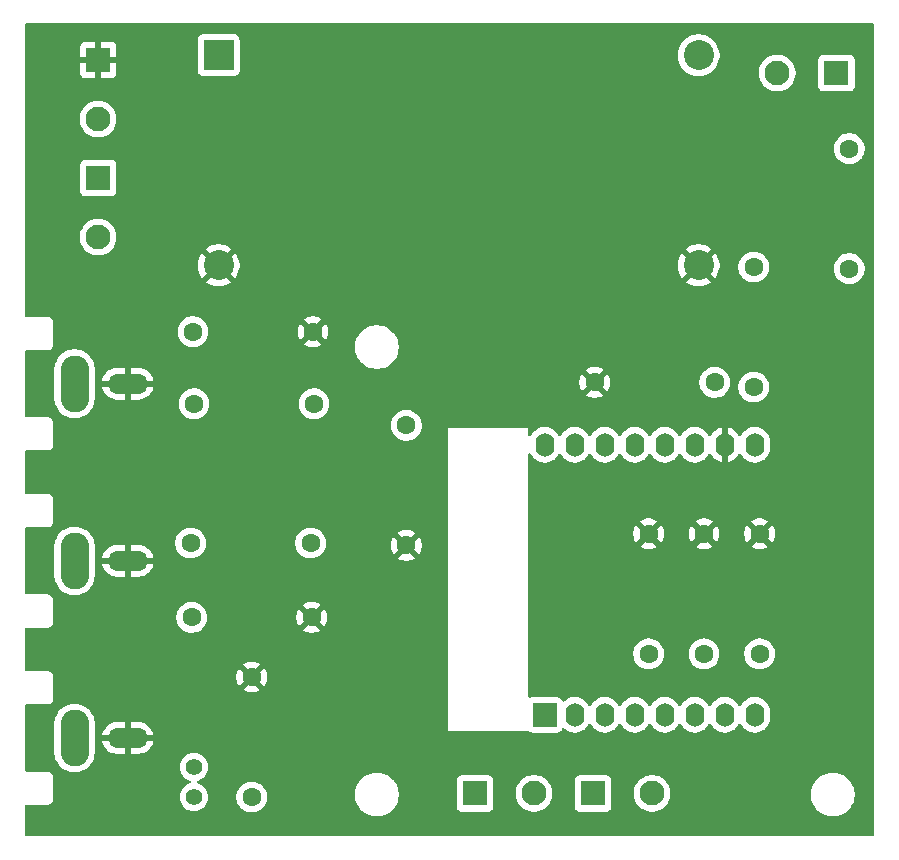
<source format=gbr>
%TF.GenerationSoftware,KiCad,Pcbnew,9.0.2*%
%TF.CreationDate,2025-07-13T19:28:41+02:00*%
%TF.ProjectId,AHD-Switch,4148442d-5377-4697-9463-682e6b696361,rev?*%
%TF.SameCoordinates,Original*%
%TF.FileFunction,Copper,L2,Bot*%
%TF.FilePolarity,Positive*%
%FSLAX46Y46*%
G04 Gerber Fmt 4.6, Leading zero omitted, Abs format (unit mm)*
G04 Created by KiCad (PCBNEW 9.0.2) date 2025-07-13 19:28:41*
%MOMM*%
%LPD*%
G01*
G04 APERTURE LIST*
%TA.AperFunction,ComponentPad*%
%ADD10C,1.600000*%
%TD*%
%TA.AperFunction,ComponentPad*%
%ADD11R,2.100000X2.100000*%
%TD*%
%TA.AperFunction,ComponentPad*%
%ADD12C,2.100000*%
%TD*%
%TA.AperFunction,ComponentPad*%
%ADD13O,2.400000X4.800000*%
%TD*%
%TA.AperFunction,ComponentPad*%
%ADD14O,3.400000X1.700000*%
%TD*%
%TA.AperFunction,ComponentPad*%
%ADD15C,1.400000*%
%TD*%
%TA.AperFunction,ComponentPad*%
%ADD16R,2.000000X2.000000*%
%TD*%
%TA.AperFunction,ComponentPad*%
%ADD17O,1.600000X2.000000*%
%TD*%
%TA.AperFunction,ComponentPad*%
%ADD18R,2.540000X2.540000*%
%TD*%
%TA.AperFunction,ComponentPad*%
%ADD19C,2.540000*%
%TD*%
%TA.AperFunction,ViaPad*%
%ADD20C,0.600000*%
%TD*%
G04 APERTURE END LIST*
D10*
%TO.P,R7,1*%
%TO.N,D2*%
X89200000Y-108900000D03*
%TO.P,R7,2*%
%TO.N,GND*%
X79040000Y-108900000D03*
%TD*%
%TO.P,R3,1*%
%TO.N,GND*%
X63100000Y-122700000D03*
%TO.P,R3,2*%
%TO.N,D1*%
X63100000Y-112540000D03*
%TD*%
D11*
%TO.P,J4,1,Pin_1*%
%TO.N,GND*%
X37000000Y-81600000D03*
D12*
%TO.P,J4,2,Pin_2*%
%TO.N,+12V*%
X37000000Y-86600000D03*
%TD*%
D13*
%TO.P,J2,1,In*%
%TO.N,Net-(J2-In)*%
X35000000Y-124000000D03*
D14*
%TO.P,J2,2,Ext*%
%TO.N,GND*%
X39500000Y-124000000D03*
%TD*%
D11*
%TO.P,J6,1,Pin_1*%
%TO.N,+12V*%
X37000000Y-91600000D03*
D12*
%TO.P,J6,2,Pin_2*%
X37000000Y-96600000D03*
%TD*%
D11*
%TO.P,SW1,1,1*%
%TO.N,D7*%
X78900000Y-143700000D03*
D12*
%TO.P,SW1,2,2*%
%TO.N,+5V*%
X83900000Y-143700000D03*
%TD*%
D10*
%TO.P,R1,1*%
%TO.N,Net-(J1-In)*%
X45020000Y-104600000D03*
%TO.P,R1,2*%
%TO.N,GND*%
X55180000Y-104600000D03*
%TD*%
%TO.P,R5,1*%
%TO.N,Net-(J1-In)*%
X45120000Y-110700000D03*
%TO.P,R5,2*%
%TO.N,Net-(R5-Pad2)*%
X55280000Y-110700000D03*
%TD*%
%TO.P,R8,1*%
%TO.N,D7*%
X88300000Y-131880000D03*
%TO.P,R8,2*%
%TO.N,GND*%
X88300000Y-121720000D03*
%TD*%
%TO.P,R4,1*%
%TO.N,Net-(JP1-A)*%
X50000000Y-144000000D03*
%TO.P,R4,2*%
%TO.N,GND*%
X50000000Y-133840000D03*
%TD*%
D11*
%TO.P,SW5,1,1*%
%TO.N,D6*%
X68900000Y-143700000D03*
D12*
%TO.P,SW5,2,2*%
%TO.N,+5V*%
X73900000Y-143700000D03*
%TD*%
D15*
%TO.P,JP1,1,A*%
%TO.N,Net-(JP1-A)*%
X45100000Y-144000000D03*
%TO.P,JP1,2,B*%
%TO.N,Net-(J3-In)*%
X45100000Y-141460000D03*
%TD*%
D10*
%TO.P,R6,1*%
%TO.N,Net-(J2-In)*%
X44820000Y-122500000D03*
%TO.P,R6,2*%
%TO.N,Net-(R6-Pad2)*%
X54980000Y-122500000D03*
%TD*%
D16*
%TO.P,U2,1,~{RST}*%
%TO.N,unconnected-(U2-~{RST}-Pad1)*%
X74810000Y-137045000D03*
D17*
%TO.P,U2,2,A0*%
%TO.N,unconnected-(U2-A0-Pad2)*%
X77350000Y-137045000D03*
%TO.P,U2,3,D0*%
%TO.N,unconnected-(U2-D0-Pad3)*%
X79890000Y-137045000D03*
%TO.P,U2,4,SCK/D5*%
%TO.N,D5*%
X82430000Y-137045000D03*
%TO.P,U2,5,MISO/D6*%
%TO.N,D6*%
X84970000Y-137045000D03*
%TO.P,U2,6,MOSI/D7*%
%TO.N,unconnected-(U2-MOSI{slash}D7-Pad6)*%
X87510000Y-137045000D03*
%TO.P,U2,7,CS/D8*%
%TO.N,D7*%
X90050000Y-137045000D03*
%TO.P,U2,8,3V3*%
%TO.N,unconnected-(U2-3V3-Pad8)*%
X92590000Y-137045000D03*
%TO.P,U2,9,5V*%
%TO.N,+5V*%
X92590000Y-114185000D03*
%TO.P,U2,10,GND*%
%TO.N,GND*%
X90050000Y-114185000D03*
%TO.P,U2,11,D4*%
%TO.N,unconnected-(U2-D4-Pad11)*%
X87510000Y-114185000D03*
%TO.P,U2,12,D3*%
%TO.N,unconnected-(U2-D3-Pad12)*%
X84970000Y-114185000D03*
%TO.P,U2,13,SDA/D2*%
%TO.N,D2*%
X82430000Y-114185000D03*
%TO.P,U2,14,SCL/D1*%
%TO.N,D1*%
X79890000Y-114185000D03*
%TO.P,U2,15,RX*%
%TO.N,unconnected-(U2-RX-Pad15)*%
X77350000Y-114185000D03*
%TO.P,U2,16,TX*%
%TO.N,unconnected-(U2-TX-Pad16)*%
X74810000Y-114185000D03*
%TD*%
D18*
%TO.P,U4,1,Vin*%
%TO.N,+12V*%
X47200000Y-81200000D03*
D19*
%TO.P,U4,2,GND*%
%TO.N,GND*%
X47200000Y-98980000D03*
%TO.P,U4,3,GND*%
X87840000Y-98980000D03*
%TO.P,U4,4,Vout*%
%TO.N,+5V*%
X87840000Y-81200000D03*
%TD*%
D13*
%TO.P,J1,1,In*%
%TO.N,Net-(J1-In)*%
X35000000Y-109000000D03*
D14*
%TO.P,J1,2,Ext*%
%TO.N,GND*%
X39500000Y-109000000D03*
%TD*%
D13*
%TO.P,J3,1,In*%
%TO.N,Net-(J3-In)*%
X35000000Y-139000000D03*
D14*
%TO.P,J3,2,Ext*%
%TO.N,GND*%
X39500000Y-139000000D03*
%TD*%
D10*
%TO.P,R9,1*%
%TO.N,Radio-R*%
X93000000Y-131880000D03*
%TO.P,R9,2*%
%TO.N,GND*%
X93000000Y-121720000D03*
%TD*%
%TO.P,R2,1*%
%TO.N,Net-(J2-In)*%
X44920000Y-128800000D03*
%TO.P,R2,2*%
%TO.N,GND*%
X55080000Y-128800000D03*
%TD*%
%TO.P,R11,1*%
%TO.N,D6*%
X83600000Y-131880000D03*
%TO.P,R11,2*%
%TO.N,GND*%
X83600000Y-121720000D03*
%TD*%
%TO.P,R12,1*%
%TO.N,D5*%
X92500000Y-109280000D03*
%TO.P,R12,2*%
%TO.N,Net-(R12-Pad2)*%
X92500000Y-99120000D03*
%TD*%
D11*
%TO.P,J5,1,Pin_1*%
%TO.N,Signal-R*%
X99500000Y-82700000D03*
D12*
%TO.P,J5,2,Pin_2*%
%TO.N,Radio-R*%
X94500000Y-82700000D03*
%TD*%
D10*
%TO.P,R10,1*%
%TO.N,Signal-R*%
X100600000Y-89100000D03*
%TO.P,R10,2*%
%TO.N,Net-(R10-Pad2)*%
X100600000Y-99260000D03*
%TD*%
D20*
%TO.N,GND*%
X95070000Y-102000000D03*
%TD*%
%TA.AperFunction,Conductor*%
%TO.N,GND*%
G36*
X102642539Y-78520185D02*
G01*
X102688294Y-78572989D01*
X102699500Y-78624500D01*
X102699500Y-147175500D01*
X102679815Y-147242539D01*
X102627011Y-147288294D01*
X102575500Y-147299500D01*
X30924500Y-147299500D01*
X30857461Y-147279815D01*
X30811706Y-147227011D01*
X30800500Y-147175500D01*
X30800500Y-144774304D01*
X30820185Y-144707265D01*
X30872989Y-144661510D01*
X30925981Y-144653587D01*
X30925981Y-144650500D01*
X32765890Y-144650500D01*
X32765892Y-144650500D01*
X32893186Y-144616392D01*
X33007314Y-144550500D01*
X33100500Y-144457314D01*
X33166392Y-144343186D01*
X33200500Y-144215892D01*
X33200500Y-142284108D01*
X33166392Y-142156814D01*
X33165869Y-142155909D01*
X33127354Y-142089199D01*
X33100500Y-142042686D01*
X33007314Y-141949500D01*
X32922444Y-141900500D01*
X32893187Y-141883608D01*
X32829539Y-141866554D01*
X32765892Y-141849500D01*
X31065892Y-141849500D01*
X30934108Y-141849500D01*
X30925981Y-141849500D01*
X30925981Y-141846340D01*
X30871652Y-141837869D01*
X30819395Y-141791490D01*
X30800500Y-141725695D01*
X30800500Y-137688549D01*
X33299500Y-137688549D01*
X33299500Y-140311450D01*
X33299501Y-140311466D01*
X33328594Y-140532452D01*
X33328595Y-140532457D01*
X33328596Y-140532463D01*
X33367573Y-140677927D01*
X33386290Y-140747780D01*
X33386293Y-140747790D01*
X33471593Y-140953722D01*
X33471595Y-140953726D01*
X33583052Y-141146774D01*
X33583057Y-141146780D01*
X33583058Y-141146782D01*
X33718751Y-141323622D01*
X33718757Y-141323629D01*
X33876370Y-141481242D01*
X33876376Y-141481247D01*
X34053226Y-141616948D01*
X34246274Y-141728405D01*
X34452219Y-141813710D01*
X34667537Y-141871404D01*
X34888543Y-141900500D01*
X34888550Y-141900500D01*
X35111450Y-141900500D01*
X35111457Y-141900500D01*
X35332463Y-141871404D01*
X35547781Y-141813710D01*
X35753726Y-141728405D01*
X35946774Y-141616948D01*
X36123624Y-141481247D01*
X36239358Y-141365513D01*
X43899500Y-141365513D01*
X43899500Y-141554486D01*
X43929059Y-141741118D01*
X43987454Y-141920836D01*
X44050183Y-142043947D01*
X44073240Y-142089199D01*
X44184310Y-142242073D01*
X44317927Y-142375690D01*
X44470801Y-142486760D01*
X44530816Y-142517339D01*
X44639163Y-142572545D01*
X44639165Y-142572545D01*
X44639168Y-142572547D01*
X44728734Y-142601649D01*
X44760803Y-142612069D01*
X44818478Y-142651507D01*
X44845676Y-142715866D01*
X44833761Y-142784712D01*
X44786516Y-142836188D01*
X44760803Y-142847931D01*
X44639163Y-142887454D01*
X44470800Y-142973240D01*
X44422911Y-143008034D01*
X44317927Y-143084310D01*
X44317925Y-143084312D01*
X44317924Y-143084312D01*
X44184312Y-143217924D01*
X44184312Y-143217925D01*
X44184310Y-143217927D01*
X44136610Y-143283579D01*
X44073240Y-143370800D01*
X43987454Y-143539163D01*
X43929059Y-143718881D01*
X43899500Y-143905513D01*
X43899500Y-144094486D01*
X43929059Y-144281118D01*
X43987454Y-144460836D01*
X44068657Y-144620205D01*
X44073240Y-144629199D01*
X44184310Y-144782073D01*
X44317927Y-144915690D01*
X44470801Y-145026760D01*
X44550347Y-145067290D01*
X44639163Y-145112545D01*
X44639165Y-145112545D01*
X44639168Y-145112547D01*
X44714131Y-145136904D01*
X44818881Y-145170940D01*
X45005514Y-145200500D01*
X45005519Y-145200500D01*
X45194486Y-145200500D01*
X45381118Y-145170940D01*
X45560832Y-145112547D01*
X45729199Y-145026760D01*
X45882073Y-144915690D01*
X46015690Y-144782073D01*
X46126760Y-144629199D01*
X46212547Y-144460832D01*
X46270940Y-144281118D01*
X46289840Y-144161789D01*
X46300500Y-144094486D01*
X46300500Y-143905513D01*
X46299254Y-143897648D01*
X48699500Y-143897648D01*
X48699500Y-144102351D01*
X48731522Y-144304534D01*
X48794781Y-144499223D01*
X48887715Y-144681613D01*
X49008028Y-144847213D01*
X49152786Y-144991971D01*
X49307749Y-145104556D01*
X49318390Y-145112287D01*
X49433503Y-145170940D01*
X49500776Y-145205218D01*
X49500778Y-145205218D01*
X49500781Y-145205220D01*
X49605137Y-145239127D01*
X49695465Y-145268477D01*
X49796557Y-145284488D01*
X49897648Y-145300500D01*
X49897649Y-145300500D01*
X50102351Y-145300500D01*
X50102352Y-145300500D01*
X50304534Y-145268477D01*
X50499219Y-145205220D01*
X50681610Y-145112287D01*
X50804865Y-145022738D01*
X50847213Y-144991971D01*
X50847215Y-144991968D01*
X50847219Y-144991966D01*
X50991966Y-144847219D01*
X50991968Y-144847215D01*
X50991971Y-144847213D01*
X51091600Y-144710083D01*
X51112287Y-144681610D01*
X51205220Y-144499219D01*
X51268477Y-144304534D01*
X51300500Y-144102352D01*
X51300500Y-143897648D01*
X51268477Y-143695466D01*
X51263033Y-143678711D01*
X58749500Y-143678711D01*
X58749500Y-143921288D01*
X58781161Y-144161785D01*
X58843947Y-144396104D01*
X58892218Y-144512639D01*
X58936776Y-144620212D01*
X59058064Y-144830289D01*
X59058066Y-144830292D01*
X59058067Y-144830293D01*
X59205733Y-145022736D01*
X59205739Y-145022743D01*
X59377256Y-145194260D01*
X59377263Y-145194266D01*
X59391536Y-145205218D01*
X59569711Y-145341936D01*
X59779788Y-145463224D01*
X60003900Y-145556054D01*
X60238211Y-145618838D01*
X60418586Y-145642584D01*
X60478711Y-145650500D01*
X60478712Y-145650500D01*
X60721289Y-145650500D01*
X60769388Y-145644167D01*
X60961789Y-145618838D01*
X61196100Y-145556054D01*
X61420212Y-145463224D01*
X61630289Y-145341936D01*
X61822738Y-145194265D01*
X61994265Y-145022738D01*
X62141936Y-144830289D01*
X62263224Y-144620212D01*
X62356054Y-144396100D01*
X62418838Y-144161789D01*
X62450500Y-143921288D01*
X62450500Y-143678712D01*
X62418838Y-143438211D01*
X62356054Y-143203900D01*
X62263224Y-142979788D01*
X62141936Y-142769711D01*
X62112633Y-142731522D01*
X62068719Y-142674292D01*
X62013351Y-142602135D01*
X67349500Y-142602135D01*
X67349500Y-144797870D01*
X67349501Y-144797876D01*
X67355908Y-144857483D01*
X67406202Y-144992328D01*
X67406206Y-144992335D01*
X67492452Y-145107544D01*
X67492455Y-145107547D01*
X67607664Y-145193793D01*
X67607671Y-145193797D01*
X67742517Y-145244091D01*
X67742516Y-145244091D01*
X67749444Y-145244835D01*
X67802127Y-145250500D01*
X69997872Y-145250499D01*
X70057483Y-145244091D01*
X70192331Y-145193796D01*
X70307546Y-145107546D01*
X70393796Y-144992331D01*
X70444091Y-144857483D01*
X70450500Y-144797873D01*
X70450499Y-143577973D01*
X72349500Y-143577973D01*
X72349500Y-143822027D01*
X72387679Y-144063076D01*
X72463096Y-144295185D01*
X72567058Y-144499223D01*
X72573896Y-144512642D01*
X72717339Y-144710076D01*
X72717343Y-144710081D01*
X72889918Y-144882656D01*
X72889923Y-144882660D01*
X73040879Y-144992335D01*
X73087361Y-145026106D01*
X73304815Y-145136904D01*
X73536924Y-145212321D01*
X73777973Y-145250500D01*
X73777974Y-145250500D01*
X74022026Y-145250500D01*
X74022027Y-145250500D01*
X74263076Y-145212321D01*
X74495185Y-145136904D01*
X74712639Y-145026106D01*
X74910083Y-144882655D01*
X75082655Y-144710083D01*
X75226106Y-144512639D01*
X75336904Y-144295185D01*
X75412321Y-144063076D01*
X75450500Y-143822027D01*
X75450500Y-143577973D01*
X75412321Y-143336924D01*
X75336904Y-143104815D01*
X75226106Y-142887361D01*
X75168805Y-142808493D01*
X75082660Y-142689923D01*
X75082656Y-142689918D01*
X74994873Y-142602135D01*
X77349500Y-142602135D01*
X77349500Y-144797870D01*
X77349501Y-144797876D01*
X77355908Y-144857483D01*
X77406202Y-144992328D01*
X77406206Y-144992335D01*
X77492452Y-145107544D01*
X77492455Y-145107547D01*
X77607664Y-145193793D01*
X77607671Y-145193797D01*
X77742517Y-145244091D01*
X77742516Y-145244091D01*
X77749444Y-145244835D01*
X77802127Y-145250500D01*
X79997872Y-145250499D01*
X80057483Y-145244091D01*
X80192331Y-145193796D01*
X80307546Y-145107546D01*
X80393796Y-144992331D01*
X80444091Y-144857483D01*
X80450500Y-144797873D01*
X80450499Y-143577973D01*
X82349500Y-143577973D01*
X82349500Y-143822027D01*
X82387679Y-144063076D01*
X82463096Y-144295185D01*
X82567058Y-144499223D01*
X82573896Y-144512642D01*
X82717339Y-144710076D01*
X82717343Y-144710081D01*
X82889918Y-144882656D01*
X82889923Y-144882660D01*
X83040879Y-144992335D01*
X83087361Y-145026106D01*
X83304815Y-145136904D01*
X83536924Y-145212321D01*
X83777973Y-145250500D01*
X83777974Y-145250500D01*
X84022026Y-145250500D01*
X84022027Y-145250500D01*
X84263076Y-145212321D01*
X84495185Y-145136904D01*
X84712639Y-145026106D01*
X84910083Y-144882655D01*
X85082655Y-144710083D01*
X85226106Y-144512639D01*
X85336904Y-144295185D01*
X85412321Y-144063076D01*
X85450500Y-143822027D01*
X85450500Y-143678711D01*
X97349500Y-143678711D01*
X97349500Y-143921288D01*
X97381161Y-144161785D01*
X97443947Y-144396104D01*
X97492218Y-144512639D01*
X97536776Y-144620212D01*
X97658064Y-144830289D01*
X97658066Y-144830292D01*
X97658067Y-144830293D01*
X97805733Y-145022736D01*
X97805739Y-145022743D01*
X97977256Y-145194260D01*
X97977263Y-145194266D01*
X97991536Y-145205218D01*
X98169711Y-145341936D01*
X98379788Y-145463224D01*
X98603900Y-145556054D01*
X98838211Y-145618838D01*
X99018586Y-145642584D01*
X99078711Y-145650500D01*
X99078712Y-145650500D01*
X99321289Y-145650500D01*
X99369388Y-145644167D01*
X99561789Y-145618838D01*
X99796100Y-145556054D01*
X100020212Y-145463224D01*
X100230289Y-145341936D01*
X100422738Y-145194265D01*
X100594265Y-145022738D01*
X100741936Y-144830289D01*
X100863224Y-144620212D01*
X100956054Y-144396100D01*
X101018838Y-144161789D01*
X101050500Y-143921288D01*
X101050500Y-143678712D01*
X101018838Y-143438211D01*
X100956054Y-143203900D01*
X100863224Y-142979788D01*
X100741936Y-142769711D01*
X100651235Y-142651507D01*
X100594266Y-142577263D01*
X100594260Y-142577256D01*
X100422743Y-142405739D01*
X100422736Y-142405733D01*
X100230293Y-142258067D01*
X100230292Y-142258066D01*
X100230289Y-142258064D01*
X100020212Y-142136776D01*
X100020205Y-142136773D01*
X99796104Y-142043947D01*
X99561785Y-141981161D01*
X99321289Y-141949500D01*
X99321288Y-141949500D01*
X99078712Y-141949500D01*
X99078711Y-141949500D01*
X98838214Y-141981161D01*
X98603895Y-142043947D01*
X98379794Y-142136773D01*
X98379785Y-142136777D01*
X98169706Y-142258067D01*
X97977263Y-142405733D01*
X97977256Y-142405739D01*
X97805739Y-142577256D01*
X97805733Y-142577263D01*
X97658067Y-142769706D01*
X97536777Y-142979785D01*
X97536773Y-142979794D01*
X97443947Y-143203895D01*
X97381161Y-143438214D01*
X97349500Y-143678711D01*
X85450500Y-143678711D01*
X85450500Y-143577973D01*
X85412321Y-143336924D01*
X85336904Y-143104815D01*
X85226106Y-142887361D01*
X85168805Y-142808493D01*
X85082660Y-142689923D01*
X85082656Y-142689918D01*
X84910081Y-142517343D01*
X84910076Y-142517339D01*
X84712642Y-142373896D01*
X84712641Y-142373895D01*
X84712639Y-142373894D01*
X84495185Y-142263096D01*
X84263076Y-142187679D01*
X84263074Y-142187678D01*
X84263072Y-142187678D01*
X84062491Y-142155909D01*
X84022027Y-142149500D01*
X83777973Y-142149500D01*
X83737515Y-142155908D01*
X83536927Y-142187678D01*
X83304812Y-142263097D01*
X83087357Y-142373896D01*
X82889923Y-142517339D01*
X82889918Y-142517343D01*
X82717343Y-142689918D01*
X82717339Y-142689923D01*
X82573896Y-142887357D01*
X82463097Y-143104812D01*
X82387678Y-143336927D01*
X82382313Y-143370800D01*
X82349500Y-143577973D01*
X80450499Y-143577973D01*
X80450499Y-142602128D01*
X80444091Y-142542517D01*
X80434702Y-142517345D01*
X80393797Y-142407671D01*
X80393793Y-142407664D01*
X80307547Y-142292455D01*
X80307544Y-142292452D01*
X80192335Y-142206206D01*
X80192328Y-142206202D01*
X80057482Y-142155908D01*
X80057483Y-142155908D01*
X79997883Y-142149501D01*
X79997881Y-142149500D01*
X79997873Y-142149500D01*
X79997864Y-142149500D01*
X77802129Y-142149500D01*
X77802123Y-142149501D01*
X77742516Y-142155908D01*
X77607671Y-142206202D01*
X77607664Y-142206206D01*
X77492455Y-142292452D01*
X77492452Y-142292455D01*
X77406206Y-142407664D01*
X77406202Y-142407671D01*
X77355908Y-142542517D01*
X77352173Y-142577262D01*
X77349501Y-142602123D01*
X77349500Y-142602135D01*
X74994873Y-142602135D01*
X74910081Y-142517343D01*
X74910076Y-142517339D01*
X74712642Y-142373896D01*
X74712641Y-142373895D01*
X74712639Y-142373894D01*
X74495185Y-142263096D01*
X74263076Y-142187679D01*
X74263074Y-142187678D01*
X74263072Y-142187678D01*
X74062491Y-142155909D01*
X74022027Y-142149500D01*
X73777973Y-142149500D01*
X73737515Y-142155908D01*
X73536927Y-142187678D01*
X73304812Y-142263097D01*
X73087357Y-142373896D01*
X72889923Y-142517339D01*
X72889918Y-142517343D01*
X72717343Y-142689918D01*
X72717339Y-142689923D01*
X72573896Y-142887357D01*
X72463097Y-143104812D01*
X72387678Y-143336927D01*
X72382313Y-143370800D01*
X72349500Y-143577973D01*
X70450499Y-143577973D01*
X70450499Y-142602128D01*
X70444091Y-142542517D01*
X70434702Y-142517345D01*
X70393797Y-142407671D01*
X70393793Y-142407664D01*
X70307547Y-142292455D01*
X70307544Y-142292452D01*
X70192335Y-142206206D01*
X70192328Y-142206202D01*
X70057482Y-142155908D01*
X70057483Y-142155908D01*
X69997883Y-142149501D01*
X69997881Y-142149500D01*
X69997873Y-142149500D01*
X69997864Y-142149500D01*
X67802129Y-142149500D01*
X67802123Y-142149501D01*
X67742516Y-142155908D01*
X67607671Y-142206202D01*
X67607664Y-142206206D01*
X67492455Y-142292452D01*
X67492452Y-142292455D01*
X67406206Y-142407664D01*
X67406202Y-142407671D01*
X67355908Y-142542517D01*
X67352173Y-142577262D01*
X67349501Y-142602123D01*
X67349500Y-142602135D01*
X62013351Y-142602135D01*
X61994266Y-142577263D01*
X61994260Y-142577256D01*
X61822743Y-142405739D01*
X61822736Y-142405733D01*
X61630293Y-142258067D01*
X61630292Y-142258066D01*
X61630289Y-142258064D01*
X61420212Y-142136776D01*
X61420205Y-142136773D01*
X61196104Y-142043947D01*
X60961785Y-141981161D01*
X60721289Y-141949500D01*
X60721288Y-141949500D01*
X60478712Y-141949500D01*
X60478711Y-141949500D01*
X60238214Y-141981161D01*
X60003895Y-142043947D01*
X59779794Y-142136773D01*
X59779785Y-142136777D01*
X59569706Y-142258067D01*
X59377263Y-142405733D01*
X59377256Y-142405739D01*
X59205739Y-142577256D01*
X59205733Y-142577263D01*
X59058067Y-142769706D01*
X58936777Y-142979785D01*
X58936773Y-142979794D01*
X58843947Y-143203895D01*
X58781161Y-143438214D01*
X58749500Y-143678711D01*
X51263033Y-143678711D01*
X51205220Y-143500781D01*
X51205218Y-143500778D01*
X51205218Y-143500776D01*
X51171503Y-143434607D01*
X51112287Y-143318390D01*
X51104556Y-143307749D01*
X50991971Y-143152786D01*
X50847213Y-143008028D01*
X50681613Y-142887715D01*
X50681612Y-142887714D01*
X50681610Y-142887713D01*
X50624653Y-142858691D01*
X50499223Y-142794781D01*
X50304534Y-142731522D01*
X50129995Y-142703878D01*
X50102352Y-142699500D01*
X49897648Y-142699500D01*
X49873329Y-142703351D01*
X49695465Y-142731522D01*
X49500776Y-142794781D01*
X49318386Y-142887715D01*
X49152786Y-143008028D01*
X49008028Y-143152786D01*
X48887715Y-143318386D01*
X48794781Y-143500776D01*
X48731522Y-143695465D01*
X48699500Y-143897648D01*
X46299254Y-143897648D01*
X46270940Y-143718881D01*
X46243846Y-143635497D01*
X46212547Y-143539168D01*
X46212545Y-143539165D01*
X46212545Y-143539163D01*
X46167290Y-143450347D01*
X46126760Y-143370801D01*
X46015690Y-143217927D01*
X45882073Y-143084310D01*
X45729199Y-142973240D01*
X45560836Y-142887454D01*
X45447103Y-142850500D01*
X45439195Y-142847930D01*
X45381521Y-142808493D01*
X45354323Y-142744134D01*
X45366238Y-142675288D01*
X45413482Y-142623812D01*
X45439194Y-142612069D01*
X45560832Y-142572547D01*
X45729199Y-142486760D01*
X45882073Y-142375690D01*
X46015690Y-142242073D01*
X46126760Y-142089199D01*
X46212547Y-141920832D01*
X46270940Y-141741118D01*
X46273383Y-141725695D01*
X46300500Y-141554486D01*
X46300500Y-141365513D01*
X46270940Y-141178881D01*
X46212545Y-140999163D01*
X46126759Y-140830800D01*
X46015690Y-140677927D01*
X45882073Y-140544310D01*
X45729199Y-140433240D01*
X45560836Y-140347454D01*
X45381118Y-140289059D01*
X45194486Y-140259500D01*
X45194481Y-140259500D01*
X45005519Y-140259500D01*
X45005514Y-140259500D01*
X44818881Y-140289059D01*
X44639163Y-140347454D01*
X44470800Y-140433240D01*
X44383579Y-140496610D01*
X44317927Y-140544310D01*
X44317925Y-140544312D01*
X44317924Y-140544312D01*
X44184312Y-140677924D01*
X44184312Y-140677925D01*
X44184310Y-140677927D01*
X44136610Y-140743579D01*
X44073240Y-140830800D01*
X43987454Y-140999163D01*
X43929059Y-141178881D01*
X43899500Y-141365513D01*
X36239358Y-141365513D01*
X36281247Y-141323624D01*
X36416948Y-141146774D01*
X36528405Y-140953726D01*
X36613710Y-140747781D01*
X36671404Y-140532463D01*
X36700500Y-140311457D01*
X36700500Y-138750000D01*
X37322769Y-138750000D01*
X38416988Y-138750000D01*
X38384075Y-138807007D01*
X38350000Y-138934174D01*
X38350000Y-139065826D01*
X38384075Y-139192993D01*
X38416988Y-139250000D01*
X37322769Y-139250000D01*
X37333242Y-139316126D01*
X37333242Y-139316129D01*
X37398904Y-139518217D01*
X37495379Y-139707557D01*
X37620272Y-139879459D01*
X37620276Y-139879464D01*
X37770535Y-140029723D01*
X37770540Y-140029727D01*
X37942442Y-140154620D01*
X38131782Y-140251095D01*
X38333870Y-140316757D01*
X38543754Y-140350000D01*
X39250000Y-140350000D01*
X39250000Y-139500000D01*
X39750000Y-139500000D01*
X39750000Y-140350000D01*
X40456246Y-140350000D01*
X40666127Y-140316757D01*
X40666130Y-140316757D01*
X40868217Y-140251095D01*
X41057557Y-140154620D01*
X41229459Y-140029727D01*
X41229464Y-140029723D01*
X41379723Y-139879464D01*
X41379727Y-139879459D01*
X41504620Y-139707557D01*
X41601095Y-139518217D01*
X41666757Y-139316129D01*
X41666757Y-139316126D01*
X41677231Y-139250000D01*
X40583012Y-139250000D01*
X40615925Y-139192993D01*
X40650000Y-139065826D01*
X40650000Y-138934174D01*
X40615925Y-138807007D01*
X40583012Y-138750000D01*
X41677231Y-138750000D01*
X41666757Y-138683873D01*
X41666757Y-138683870D01*
X41601095Y-138481782D01*
X41504620Y-138292442D01*
X41379727Y-138120540D01*
X41379723Y-138120535D01*
X41229464Y-137970276D01*
X41229459Y-137970272D01*
X41057557Y-137845379D01*
X40868217Y-137748904D01*
X40666129Y-137683242D01*
X40456246Y-137650000D01*
X39750000Y-137650000D01*
X39750000Y-138500000D01*
X39250000Y-138500000D01*
X39250000Y-137650000D01*
X38543754Y-137650000D01*
X38333872Y-137683242D01*
X38333869Y-137683242D01*
X38131782Y-137748904D01*
X37942442Y-137845379D01*
X37770540Y-137970272D01*
X37770535Y-137970276D01*
X37620276Y-138120535D01*
X37620272Y-138120540D01*
X37495379Y-138292442D01*
X37398904Y-138481782D01*
X37333242Y-138683870D01*
X37333242Y-138683873D01*
X37322769Y-138750000D01*
X36700500Y-138750000D01*
X36700500Y-137688543D01*
X36671404Y-137467537D01*
X36613710Y-137252219D01*
X36528405Y-137046274D01*
X36416948Y-136853226D01*
X36281247Y-136676376D01*
X36281242Y-136676370D01*
X36123629Y-136518757D01*
X36123622Y-136518751D01*
X35946782Y-136383058D01*
X35946780Y-136383057D01*
X35946774Y-136383052D01*
X35753726Y-136271595D01*
X35753722Y-136271593D01*
X35547790Y-136186293D01*
X35547783Y-136186291D01*
X35547781Y-136186290D01*
X35332463Y-136128596D01*
X35332457Y-136128595D01*
X35332452Y-136128594D01*
X35111466Y-136099501D01*
X35111463Y-136099500D01*
X35111457Y-136099500D01*
X34888543Y-136099500D01*
X34888537Y-136099500D01*
X34888533Y-136099501D01*
X34667547Y-136128594D01*
X34667540Y-136128595D01*
X34667537Y-136128596D01*
X34452219Y-136186290D01*
X34452209Y-136186293D01*
X34246277Y-136271593D01*
X34246273Y-136271595D01*
X34053226Y-136383052D01*
X34053217Y-136383058D01*
X33876377Y-136518751D01*
X33876370Y-136518757D01*
X33718757Y-136676370D01*
X33718751Y-136676377D01*
X33583058Y-136853217D01*
X33583052Y-136853226D01*
X33471595Y-137046273D01*
X33471593Y-137046277D01*
X33386293Y-137252209D01*
X33386290Y-137252219D01*
X33328597Y-137467534D01*
X33328594Y-137467547D01*
X33299501Y-137688533D01*
X33299500Y-137688549D01*
X30800500Y-137688549D01*
X30800500Y-136274304D01*
X30820185Y-136207265D01*
X30872989Y-136161510D01*
X30925981Y-136153587D01*
X30925981Y-136150500D01*
X32765890Y-136150500D01*
X32765892Y-136150500D01*
X32893186Y-136116392D01*
X33007314Y-136050500D01*
X33100500Y-135957314D01*
X33166392Y-135843186D01*
X33200500Y-135715892D01*
X33200500Y-133784108D01*
X33188060Y-133737682D01*
X48700000Y-133737682D01*
X48700000Y-133942317D01*
X48732009Y-134144417D01*
X48795244Y-134339031D01*
X48888141Y-134521350D01*
X48888147Y-134521359D01*
X48920523Y-134565921D01*
X48920524Y-134565922D01*
X49600000Y-133886446D01*
X49600000Y-133892661D01*
X49627259Y-133994394D01*
X49679920Y-134085606D01*
X49754394Y-134160080D01*
X49845606Y-134212741D01*
X49947339Y-134240000D01*
X49953553Y-134240000D01*
X49274076Y-134919474D01*
X49318650Y-134951859D01*
X49500968Y-135044755D01*
X49695582Y-135107990D01*
X49897683Y-135140000D01*
X50102317Y-135140000D01*
X50304417Y-135107990D01*
X50499031Y-135044755D01*
X50681349Y-134951859D01*
X50725921Y-134919474D01*
X50046447Y-134240000D01*
X50052661Y-134240000D01*
X50154394Y-134212741D01*
X50245606Y-134160080D01*
X50320080Y-134085606D01*
X50372741Y-133994394D01*
X50400000Y-133892661D01*
X50400000Y-133886448D01*
X51079474Y-134565922D01*
X51079474Y-134565921D01*
X51111859Y-134521349D01*
X51204755Y-134339031D01*
X51267990Y-134144417D01*
X51300000Y-133942317D01*
X51300000Y-133737682D01*
X51267990Y-133535582D01*
X51204755Y-133340968D01*
X51111859Y-133158650D01*
X51079474Y-133114077D01*
X51079474Y-133114076D01*
X50400000Y-133793551D01*
X50400000Y-133787339D01*
X50372741Y-133685606D01*
X50320080Y-133594394D01*
X50245606Y-133519920D01*
X50154394Y-133467259D01*
X50052661Y-133440000D01*
X50046446Y-133440000D01*
X50725922Y-132760524D01*
X50725921Y-132760523D01*
X50681359Y-132728147D01*
X50681350Y-132728141D01*
X50499031Y-132635244D01*
X50304417Y-132572009D01*
X50102317Y-132540000D01*
X49897683Y-132540000D01*
X49695582Y-132572009D01*
X49500968Y-132635244D01*
X49318644Y-132728143D01*
X49274077Y-132760523D01*
X49274077Y-132760524D01*
X49953554Y-133440000D01*
X49947339Y-133440000D01*
X49845606Y-133467259D01*
X49754394Y-133519920D01*
X49679920Y-133594394D01*
X49627259Y-133685606D01*
X49600000Y-133787339D01*
X49600000Y-133793553D01*
X48920524Y-133114077D01*
X48920523Y-133114077D01*
X48888143Y-133158644D01*
X48795244Y-133340968D01*
X48732009Y-133535582D01*
X48700000Y-133737682D01*
X33188060Y-133737682D01*
X33166392Y-133656814D01*
X33100500Y-133542686D01*
X33007314Y-133449500D01*
X32950250Y-133416554D01*
X32893187Y-133383608D01*
X32829539Y-133366554D01*
X32765892Y-133349500D01*
X31065892Y-133349500D01*
X30934108Y-133349500D01*
X30925981Y-133349500D01*
X30925981Y-133346340D01*
X30871652Y-133337869D01*
X30819395Y-133291490D01*
X30800500Y-133225695D01*
X30800500Y-129774304D01*
X30820185Y-129707265D01*
X30872989Y-129661510D01*
X30925981Y-129653587D01*
X30925981Y-129650500D01*
X32765890Y-129650500D01*
X32765892Y-129650500D01*
X32893186Y-129616392D01*
X33007314Y-129550500D01*
X33100500Y-129457314D01*
X33166392Y-129343186D01*
X33200500Y-129215892D01*
X33200500Y-128697648D01*
X43619500Y-128697648D01*
X43619500Y-128902351D01*
X43651522Y-129104534D01*
X43714781Y-129299223D01*
X43778691Y-129424653D01*
X43807585Y-129481359D01*
X43807715Y-129481613D01*
X43928028Y-129647213D01*
X44072786Y-129791971D01*
X44193226Y-129879474D01*
X44238390Y-129912287D01*
X44354607Y-129971503D01*
X44420776Y-130005218D01*
X44420778Y-130005218D01*
X44420781Y-130005220D01*
X44525137Y-130039127D01*
X44615465Y-130068477D01*
X44716557Y-130084488D01*
X44817648Y-130100500D01*
X44817649Y-130100500D01*
X45022351Y-130100500D01*
X45022352Y-130100500D01*
X45224534Y-130068477D01*
X45419219Y-130005220D01*
X45601610Y-129912287D01*
X45694590Y-129844732D01*
X45767213Y-129791971D01*
X45767215Y-129791968D01*
X45767219Y-129791966D01*
X45911966Y-129647219D01*
X45911968Y-129647215D01*
X45911971Y-129647213D01*
X45982236Y-129550500D01*
X46032287Y-129481610D01*
X46125220Y-129299219D01*
X46188477Y-129104534D01*
X46220500Y-128902352D01*
X46220500Y-128697682D01*
X53780000Y-128697682D01*
X53780000Y-128902317D01*
X53812009Y-129104417D01*
X53875244Y-129299031D01*
X53968141Y-129481350D01*
X53968147Y-129481359D01*
X54000523Y-129525921D01*
X54000524Y-129525922D01*
X54680000Y-128846446D01*
X54680000Y-128852661D01*
X54707259Y-128954394D01*
X54759920Y-129045606D01*
X54834394Y-129120080D01*
X54925606Y-129172741D01*
X55027339Y-129200000D01*
X55033553Y-129200000D01*
X54354076Y-129879474D01*
X54398650Y-129911859D01*
X54580968Y-130004755D01*
X54775582Y-130067990D01*
X54977683Y-130100000D01*
X55182317Y-130100000D01*
X55384417Y-130067990D01*
X55579031Y-130004755D01*
X55761349Y-129911859D01*
X55805921Y-129879474D01*
X55126447Y-129200000D01*
X55132661Y-129200000D01*
X55234394Y-129172741D01*
X55325606Y-129120080D01*
X55400080Y-129045606D01*
X55452741Y-128954394D01*
X55480000Y-128852661D01*
X55480000Y-128846447D01*
X56159474Y-129525921D01*
X56191859Y-129481349D01*
X56284755Y-129299031D01*
X56347990Y-129104417D01*
X56380000Y-128902317D01*
X56380000Y-128697682D01*
X56347990Y-128495582D01*
X56284755Y-128300968D01*
X56191859Y-128118650D01*
X56159474Y-128074077D01*
X56159474Y-128074076D01*
X55480000Y-128753551D01*
X55480000Y-128747339D01*
X55452741Y-128645606D01*
X55400080Y-128554394D01*
X55325606Y-128479920D01*
X55234394Y-128427259D01*
X55132661Y-128400000D01*
X55126446Y-128400000D01*
X55805922Y-127720524D01*
X55805921Y-127720523D01*
X55761359Y-127688147D01*
X55761350Y-127688141D01*
X55579031Y-127595244D01*
X55384417Y-127532009D01*
X55182317Y-127500000D01*
X54977683Y-127500000D01*
X54775582Y-127532009D01*
X54580968Y-127595244D01*
X54398644Y-127688143D01*
X54354077Y-127720523D01*
X54354077Y-127720524D01*
X55033554Y-128400000D01*
X55027339Y-128400000D01*
X54925606Y-128427259D01*
X54834394Y-128479920D01*
X54759920Y-128554394D01*
X54707259Y-128645606D01*
X54680000Y-128747339D01*
X54680000Y-128753553D01*
X54000524Y-128074077D01*
X54000523Y-128074077D01*
X53968143Y-128118644D01*
X53875244Y-128300968D01*
X53812009Y-128495582D01*
X53780000Y-128697682D01*
X46220500Y-128697682D01*
X46220500Y-128697648D01*
X46212257Y-128645606D01*
X46188477Y-128495465D01*
X46157458Y-128400000D01*
X46125220Y-128300781D01*
X46125218Y-128300778D01*
X46125218Y-128300776D01*
X46032419Y-128118650D01*
X46032287Y-128118390D01*
X46000092Y-128074077D01*
X45911971Y-127952786D01*
X45767213Y-127808028D01*
X45601613Y-127687715D01*
X45601612Y-127687714D01*
X45601610Y-127687713D01*
X45544653Y-127658691D01*
X45419223Y-127594781D01*
X45224534Y-127531522D01*
X45049995Y-127503878D01*
X45022352Y-127499500D01*
X44817648Y-127499500D01*
X44793329Y-127503351D01*
X44615465Y-127531522D01*
X44420776Y-127594781D01*
X44238386Y-127687715D01*
X44072786Y-127808028D01*
X43928028Y-127952786D01*
X43807715Y-128118386D01*
X43714781Y-128300776D01*
X43651522Y-128495465D01*
X43619500Y-128697648D01*
X33200500Y-128697648D01*
X33200500Y-127284108D01*
X33166392Y-127156814D01*
X33100500Y-127042686D01*
X33007314Y-126949500D01*
X32922444Y-126900500D01*
X32893187Y-126883608D01*
X32829539Y-126866554D01*
X32765892Y-126849500D01*
X31065892Y-126849500D01*
X30934108Y-126849500D01*
X30925981Y-126849500D01*
X30925981Y-126846340D01*
X30871652Y-126837869D01*
X30819395Y-126791490D01*
X30800500Y-126725695D01*
X30800500Y-122688549D01*
X33299500Y-122688549D01*
X33299500Y-125311450D01*
X33299501Y-125311466D01*
X33328594Y-125532452D01*
X33328595Y-125532457D01*
X33328596Y-125532463D01*
X33328597Y-125532465D01*
X33386290Y-125747780D01*
X33386293Y-125747790D01*
X33471593Y-125953722D01*
X33471595Y-125953726D01*
X33583052Y-126146774D01*
X33583057Y-126146780D01*
X33583058Y-126146782D01*
X33718751Y-126323622D01*
X33718757Y-126323629D01*
X33876370Y-126481242D01*
X33876376Y-126481247D01*
X34053226Y-126616948D01*
X34246274Y-126728405D01*
X34452219Y-126813710D01*
X34667537Y-126871404D01*
X34888543Y-126900500D01*
X34888550Y-126900500D01*
X35111450Y-126900500D01*
X35111457Y-126900500D01*
X35332463Y-126871404D01*
X35547781Y-126813710D01*
X35753726Y-126728405D01*
X35946774Y-126616948D01*
X36123624Y-126481247D01*
X36281247Y-126323624D01*
X36416948Y-126146774D01*
X36528405Y-125953726D01*
X36613710Y-125747781D01*
X36671404Y-125532463D01*
X36700500Y-125311457D01*
X36700500Y-123750000D01*
X37322769Y-123750000D01*
X38416988Y-123750000D01*
X38384075Y-123807007D01*
X38350000Y-123934174D01*
X38350000Y-124065826D01*
X38384075Y-124192993D01*
X38416988Y-124250000D01*
X37322769Y-124250000D01*
X37333242Y-124316126D01*
X37333242Y-124316129D01*
X37398904Y-124518217D01*
X37495379Y-124707557D01*
X37620272Y-124879459D01*
X37620276Y-124879464D01*
X37770535Y-125029723D01*
X37770540Y-125029727D01*
X37942442Y-125154620D01*
X38131782Y-125251095D01*
X38333870Y-125316757D01*
X38543754Y-125350000D01*
X39250000Y-125350000D01*
X39250000Y-124500000D01*
X39750000Y-124500000D01*
X39750000Y-125350000D01*
X40456246Y-125350000D01*
X40666127Y-125316757D01*
X40666130Y-125316757D01*
X40868217Y-125251095D01*
X41057557Y-125154620D01*
X41229459Y-125029727D01*
X41229464Y-125029723D01*
X41379723Y-124879464D01*
X41379727Y-124879459D01*
X41504620Y-124707557D01*
X41601095Y-124518217D01*
X41666757Y-124316129D01*
X41666757Y-124316126D01*
X41677231Y-124250000D01*
X40583012Y-124250000D01*
X40615925Y-124192993D01*
X40650000Y-124065826D01*
X40650000Y-123934174D01*
X40615925Y-123807007D01*
X40583012Y-123750000D01*
X41677231Y-123750000D01*
X41666757Y-123683873D01*
X41666757Y-123683870D01*
X41601095Y-123481782D01*
X41504620Y-123292442D01*
X41379727Y-123120540D01*
X41379723Y-123120535D01*
X41229464Y-122970276D01*
X41229459Y-122970272D01*
X41057557Y-122845379D01*
X40868217Y-122748904D01*
X40666129Y-122683242D01*
X40456246Y-122650000D01*
X39750000Y-122650000D01*
X39750000Y-123500000D01*
X39250000Y-123500000D01*
X39250000Y-122650000D01*
X38543754Y-122650000D01*
X38333872Y-122683242D01*
X38333869Y-122683242D01*
X38131782Y-122748904D01*
X37942442Y-122845379D01*
X37770540Y-122970272D01*
X37770535Y-122970276D01*
X37620276Y-123120535D01*
X37620272Y-123120540D01*
X37495379Y-123292442D01*
X37398904Y-123481782D01*
X37333242Y-123683870D01*
X37333242Y-123683873D01*
X37322769Y-123750000D01*
X36700500Y-123750000D01*
X36700500Y-122688543D01*
X36671404Y-122467537D01*
X36652677Y-122397648D01*
X43519500Y-122397648D01*
X43519500Y-122602351D01*
X43551522Y-122804534D01*
X43614781Y-122999223D01*
X43707715Y-123181613D01*
X43828028Y-123347213D01*
X43972786Y-123491971D01*
X44121342Y-123599901D01*
X44138390Y-123612287D01*
X44254607Y-123671503D01*
X44320776Y-123705218D01*
X44320778Y-123705218D01*
X44320781Y-123705220D01*
X44425137Y-123739127D01*
X44515465Y-123768477D01*
X44584897Y-123779474D01*
X44717648Y-123800500D01*
X44717649Y-123800500D01*
X44922351Y-123800500D01*
X44922352Y-123800500D01*
X45124534Y-123768477D01*
X45319219Y-123705220D01*
X45501610Y-123612287D01*
X45594590Y-123544732D01*
X45667213Y-123491971D01*
X45667215Y-123491968D01*
X45667219Y-123491966D01*
X45811966Y-123347219D01*
X45811968Y-123347215D01*
X45811971Y-123347213D01*
X45864732Y-123274590D01*
X45932287Y-123181610D01*
X46025220Y-122999219D01*
X46088477Y-122804534D01*
X46120500Y-122602352D01*
X46120500Y-122397648D01*
X53679500Y-122397648D01*
X53679500Y-122602351D01*
X53711522Y-122804534D01*
X53774781Y-122999223D01*
X53867715Y-123181613D01*
X53988028Y-123347213D01*
X54132786Y-123491971D01*
X54281342Y-123599901D01*
X54298390Y-123612287D01*
X54414607Y-123671503D01*
X54480776Y-123705218D01*
X54480778Y-123705218D01*
X54480781Y-123705220D01*
X54585137Y-123739127D01*
X54675465Y-123768477D01*
X54744897Y-123779474D01*
X54877648Y-123800500D01*
X54877649Y-123800500D01*
X55082351Y-123800500D01*
X55082352Y-123800500D01*
X55284534Y-123768477D01*
X55479219Y-123705220D01*
X55661610Y-123612287D01*
X55754590Y-123544732D01*
X55827213Y-123491971D01*
X55827215Y-123491968D01*
X55827219Y-123491966D01*
X55971966Y-123347219D01*
X55971968Y-123347215D01*
X55971971Y-123347213D01*
X56024732Y-123274590D01*
X56092287Y-123181610D01*
X56185220Y-122999219D01*
X56248477Y-122804534D01*
X56280500Y-122602352D01*
X56280500Y-122597682D01*
X61800000Y-122597682D01*
X61800000Y-122802317D01*
X61832009Y-123004417D01*
X61895244Y-123199031D01*
X61988141Y-123381350D01*
X61988147Y-123381359D01*
X62020523Y-123425921D01*
X62020524Y-123425922D01*
X62700000Y-122746446D01*
X62700000Y-122752661D01*
X62727259Y-122854394D01*
X62779920Y-122945606D01*
X62854394Y-123020080D01*
X62945606Y-123072741D01*
X63047339Y-123100000D01*
X63053553Y-123100000D01*
X62374076Y-123779474D01*
X62418650Y-123811859D01*
X62600968Y-123904755D01*
X62795582Y-123967990D01*
X62997683Y-124000000D01*
X63202317Y-124000000D01*
X63404417Y-123967990D01*
X63599031Y-123904755D01*
X63781349Y-123811859D01*
X63825921Y-123779474D01*
X63146447Y-123100000D01*
X63152661Y-123100000D01*
X63254394Y-123072741D01*
X63345606Y-123020080D01*
X63420080Y-122945606D01*
X63472741Y-122854394D01*
X63500000Y-122752661D01*
X63500000Y-122746447D01*
X64179474Y-123425921D01*
X64211859Y-123381349D01*
X64304755Y-123199031D01*
X64367990Y-123004417D01*
X64400000Y-122802317D01*
X64400000Y-122597682D01*
X64367990Y-122395582D01*
X64304755Y-122200968D01*
X64211859Y-122018650D01*
X64179474Y-121974077D01*
X64179474Y-121974076D01*
X63500000Y-122653551D01*
X63500000Y-122647339D01*
X63472741Y-122545606D01*
X63420080Y-122454394D01*
X63345606Y-122379920D01*
X63254394Y-122327259D01*
X63152661Y-122300000D01*
X63146446Y-122300000D01*
X63825922Y-121620524D01*
X63825921Y-121620523D01*
X63781359Y-121588147D01*
X63781350Y-121588141D01*
X63599031Y-121495244D01*
X63404417Y-121432009D01*
X63202317Y-121400000D01*
X62997683Y-121400000D01*
X62795582Y-121432009D01*
X62600968Y-121495244D01*
X62418644Y-121588143D01*
X62374077Y-121620523D01*
X62374077Y-121620524D01*
X63053554Y-122300000D01*
X63047339Y-122300000D01*
X62945606Y-122327259D01*
X62854394Y-122379920D01*
X62779920Y-122454394D01*
X62727259Y-122545606D01*
X62700000Y-122647339D01*
X62700000Y-122653553D01*
X62020524Y-121974077D01*
X62020523Y-121974077D01*
X61988143Y-122018644D01*
X61895244Y-122200968D01*
X61832009Y-122395582D01*
X61800000Y-122597682D01*
X56280500Y-122597682D01*
X56280500Y-122397648D01*
X56257466Y-122252219D01*
X56248477Y-122195465D01*
X56208865Y-122073553D01*
X56185220Y-122000781D01*
X56185218Y-122000778D01*
X56185218Y-122000776D01*
X56151503Y-121934607D01*
X56092287Y-121818390D01*
X56086829Y-121810878D01*
X56035820Y-121740668D01*
X55971971Y-121652786D01*
X55827213Y-121508028D01*
X55661613Y-121387715D01*
X55661612Y-121387714D01*
X55661610Y-121387713D01*
X55582215Y-121347259D01*
X55479223Y-121294781D01*
X55284534Y-121231522D01*
X55109995Y-121203878D01*
X55082352Y-121199500D01*
X54877648Y-121199500D01*
X54853329Y-121203351D01*
X54675465Y-121231522D01*
X54480776Y-121294781D01*
X54298386Y-121387715D01*
X54132786Y-121508028D01*
X53988028Y-121652786D01*
X53867715Y-121818386D01*
X53774781Y-122000776D01*
X53711522Y-122195465D01*
X53679500Y-122397648D01*
X46120500Y-122397648D01*
X46097466Y-122252219D01*
X46088477Y-122195465D01*
X46048865Y-122073553D01*
X46025220Y-122000781D01*
X46025218Y-122000778D01*
X46025218Y-122000776D01*
X45991503Y-121934607D01*
X45932287Y-121818390D01*
X45924556Y-121807749D01*
X45811971Y-121652786D01*
X45667213Y-121508028D01*
X45501613Y-121387715D01*
X45501612Y-121387714D01*
X45501610Y-121387713D01*
X45422215Y-121347259D01*
X45319223Y-121294781D01*
X45124534Y-121231522D01*
X44949995Y-121203878D01*
X44922352Y-121199500D01*
X44717648Y-121199500D01*
X44693329Y-121203351D01*
X44515465Y-121231522D01*
X44320776Y-121294781D01*
X44138386Y-121387715D01*
X43972786Y-121508028D01*
X43828028Y-121652786D01*
X43707715Y-121818386D01*
X43614781Y-122000776D01*
X43551522Y-122195465D01*
X43519500Y-122397648D01*
X36652677Y-122397648D01*
X36613710Y-122252219D01*
X36528405Y-122046274D01*
X36416948Y-121853226D01*
X36330580Y-121740668D01*
X36281248Y-121676377D01*
X36281242Y-121676370D01*
X36123629Y-121518757D01*
X36123622Y-121518751D01*
X35946782Y-121383058D01*
X35946780Y-121383057D01*
X35946774Y-121383052D01*
X35753726Y-121271595D01*
X35753722Y-121271593D01*
X35547790Y-121186293D01*
X35547783Y-121186291D01*
X35547781Y-121186290D01*
X35332463Y-121128596D01*
X35332457Y-121128595D01*
X35332452Y-121128594D01*
X35111466Y-121099501D01*
X35111463Y-121099500D01*
X35111457Y-121099500D01*
X34888543Y-121099500D01*
X34888537Y-121099500D01*
X34888533Y-121099501D01*
X34667547Y-121128594D01*
X34667540Y-121128595D01*
X34667537Y-121128596D01*
X34585790Y-121150500D01*
X34452219Y-121186290D01*
X34452209Y-121186293D01*
X34246277Y-121271593D01*
X34246273Y-121271595D01*
X34053226Y-121383052D01*
X34053217Y-121383058D01*
X33876377Y-121518751D01*
X33876370Y-121518757D01*
X33718757Y-121676370D01*
X33718751Y-121676377D01*
X33583058Y-121853217D01*
X33583052Y-121853226D01*
X33471595Y-122046273D01*
X33471593Y-122046277D01*
X33386293Y-122252209D01*
X33386290Y-122252219D01*
X33328597Y-122467534D01*
X33328594Y-122467547D01*
X33299501Y-122688533D01*
X33299500Y-122688549D01*
X30800500Y-122688549D01*
X30800500Y-121274304D01*
X30820185Y-121207265D01*
X30872989Y-121161510D01*
X30925981Y-121153587D01*
X30925981Y-121150500D01*
X32765890Y-121150500D01*
X32765892Y-121150500D01*
X32893186Y-121116392D01*
X33007314Y-121050500D01*
X33100500Y-120957314D01*
X33166392Y-120843186D01*
X33200500Y-120715892D01*
X33200500Y-118784108D01*
X33166392Y-118656814D01*
X33100500Y-118542686D01*
X33007314Y-118449500D01*
X32950250Y-118416554D01*
X32893187Y-118383608D01*
X32829539Y-118366554D01*
X32765892Y-118349500D01*
X31065892Y-118349500D01*
X30934108Y-118349500D01*
X30925981Y-118349500D01*
X30925981Y-118346340D01*
X30871652Y-118337869D01*
X30819395Y-118291490D01*
X30800500Y-118225695D01*
X30800500Y-114774304D01*
X30820185Y-114707265D01*
X30872989Y-114661510D01*
X30925981Y-114653587D01*
X30925981Y-114650500D01*
X32765890Y-114650500D01*
X32765892Y-114650500D01*
X32893186Y-114616392D01*
X33007314Y-114550500D01*
X33100500Y-114457314D01*
X33166392Y-114343186D01*
X33200500Y-114215892D01*
X33200500Y-112437648D01*
X61799500Y-112437648D01*
X61799500Y-112642351D01*
X61831522Y-112844534D01*
X61894781Y-113039223D01*
X61987715Y-113221613D01*
X62108028Y-113387213D01*
X62252786Y-113531971D01*
X62407749Y-113644556D01*
X62418390Y-113652287D01*
X62492565Y-113690081D01*
X62600776Y-113745218D01*
X62600778Y-113745218D01*
X62600781Y-113745220D01*
X62705137Y-113779127D01*
X62795465Y-113808477D01*
X62896557Y-113824488D01*
X62997648Y-113840500D01*
X62997649Y-113840500D01*
X63202351Y-113840500D01*
X63202352Y-113840500D01*
X63404534Y-113808477D01*
X63599219Y-113745220D01*
X63781610Y-113652287D01*
X63874590Y-113584732D01*
X63947213Y-113531971D01*
X63947215Y-113531968D01*
X63947219Y-113531966D01*
X64091966Y-113387219D01*
X64091968Y-113387215D01*
X64091971Y-113387213D01*
X64152874Y-113303386D01*
X64212287Y-113221610D01*
X64305220Y-113039219D01*
X64368477Y-112844534D01*
X64376323Y-112795000D01*
X66610000Y-112795000D01*
X66610000Y-138395000D01*
X73401102Y-138395000D01*
X73468141Y-138414685D01*
X73475413Y-138419733D01*
X73567669Y-138488796D01*
X73567671Y-138488797D01*
X73702517Y-138539091D01*
X73702516Y-138539091D01*
X73709444Y-138539835D01*
X73762127Y-138545500D01*
X75857872Y-138545499D01*
X75917483Y-138539091D01*
X76052331Y-138488796D01*
X76167546Y-138402546D01*
X76253796Y-138287331D01*
X76267688Y-138250082D01*
X76309558Y-138194151D01*
X76375022Y-138169733D01*
X76443295Y-138184584D01*
X76471551Y-138205736D01*
X76502786Y-138236971D01*
X76652626Y-138345834D01*
X76668390Y-138357287D01*
X76757212Y-138402544D01*
X76850776Y-138450218D01*
X76850778Y-138450218D01*
X76850781Y-138450220D01*
X76947919Y-138481782D01*
X77045465Y-138513477D01*
X77146557Y-138529488D01*
X77247648Y-138545500D01*
X77247649Y-138545500D01*
X77452351Y-138545500D01*
X77452352Y-138545500D01*
X77654534Y-138513477D01*
X77849219Y-138450220D01*
X78031610Y-138357287D01*
X78127897Y-138287331D01*
X78197213Y-138236971D01*
X78197215Y-138236968D01*
X78197219Y-138236966D01*
X78341966Y-138092219D01*
X78341968Y-138092215D01*
X78341971Y-138092213D01*
X78462284Y-137926614D01*
X78462285Y-137926613D01*
X78462287Y-137926610D01*
X78509516Y-137833917D01*
X78557489Y-137783123D01*
X78625310Y-137766328D01*
X78691445Y-137788865D01*
X78730485Y-137833919D01*
X78777715Y-137926614D01*
X78898028Y-138092213D01*
X79042786Y-138236971D01*
X79192626Y-138345834D01*
X79208390Y-138357287D01*
X79297212Y-138402544D01*
X79390776Y-138450218D01*
X79390778Y-138450218D01*
X79390781Y-138450220D01*
X79487919Y-138481782D01*
X79585465Y-138513477D01*
X79686557Y-138529488D01*
X79787648Y-138545500D01*
X79787649Y-138545500D01*
X79992351Y-138545500D01*
X79992352Y-138545500D01*
X80194534Y-138513477D01*
X80389219Y-138450220D01*
X80571610Y-138357287D01*
X80667897Y-138287331D01*
X80737213Y-138236971D01*
X80737215Y-138236968D01*
X80737219Y-138236966D01*
X80881966Y-138092219D01*
X80881968Y-138092215D01*
X80881971Y-138092213D01*
X81002284Y-137926614D01*
X81002285Y-137926613D01*
X81002287Y-137926610D01*
X81049516Y-137833917D01*
X81097489Y-137783123D01*
X81165310Y-137766328D01*
X81231445Y-137788865D01*
X81270485Y-137833919D01*
X81317715Y-137926614D01*
X81438028Y-138092213D01*
X81582786Y-138236971D01*
X81732626Y-138345834D01*
X81748390Y-138357287D01*
X81837212Y-138402544D01*
X81930776Y-138450218D01*
X81930778Y-138450218D01*
X81930781Y-138450220D01*
X82027919Y-138481782D01*
X82125465Y-138513477D01*
X82226557Y-138529488D01*
X82327648Y-138545500D01*
X82327649Y-138545500D01*
X82532351Y-138545500D01*
X82532352Y-138545500D01*
X82734534Y-138513477D01*
X82929219Y-138450220D01*
X83111610Y-138357287D01*
X83207897Y-138287331D01*
X83277213Y-138236971D01*
X83277215Y-138236968D01*
X83277219Y-138236966D01*
X83421966Y-138092219D01*
X83421968Y-138092215D01*
X83421971Y-138092213D01*
X83542284Y-137926614D01*
X83542285Y-137926613D01*
X83542287Y-137926610D01*
X83589516Y-137833917D01*
X83637489Y-137783123D01*
X83705310Y-137766328D01*
X83771445Y-137788865D01*
X83810485Y-137833919D01*
X83857715Y-137926614D01*
X83978028Y-138092213D01*
X84122786Y-138236971D01*
X84272626Y-138345834D01*
X84288390Y-138357287D01*
X84377212Y-138402544D01*
X84470776Y-138450218D01*
X84470778Y-138450218D01*
X84470781Y-138450220D01*
X84567919Y-138481782D01*
X84665465Y-138513477D01*
X84766557Y-138529488D01*
X84867648Y-138545500D01*
X84867649Y-138545500D01*
X85072351Y-138545500D01*
X85072352Y-138545500D01*
X85274534Y-138513477D01*
X85469219Y-138450220D01*
X85651610Y-138357287D01*
X85747897Y-138287331D01*
X85817213Y-138236971D01*
X85817215Y-138236968D01*
X85817219Y-138236966D01*
X85961966Y-138092219D01*
X85961968Y-138092215D01*
X85961971Y-138092213D01*
X86082284Y-137926614D01*
X86082285Y-137926613D01*
X86082287Y-137926610D01*
X86129516Y-137833917D01*
X86177489Y-137783123D01*
X86245310Y-137766328D01*
X86311445Y-137788865D01*
X86350485Y-137833919D01*
X86397715Y-137926614D01*
X86518028Y-138092213D01*
X86662786Y-138236971D01*
X86812626Y-138345834D01*
X86828390Y-138357287D01*
X86917212Y-138402544D01*
X87010776Y-138450218D01*
X87010778Y-138450218D01*
X87010781Y-138450220D01*
X87107919Y-138481782D01*
X87205465Y-138513477D01*
X87306557Y-138529488D01*
X87407648Y-138545500D01*
X87407649Y-138545500D01*
X87612351Y-138545500D01*
X87612352Y-138545500D01*
X87814534Y-138513477D01*
X88009219Y-138450220D01*
X88191610Y-138357287D01*
X88287897Y-138287331D01*
X88357213Y-138236971D01*
X88357215Y-138236968D01*
X88357219Y-138236966D01*
X88501966Y-138092219D01*
X88501968Y-138092215D01*
X88501971Y-138092213D01*
X88622284Y-137926614D01*
X88622285Y-137926613D01*
X88622287Y-137926610D01*
X88669516Y-137833917D01*
X88717489Y-137783123D01*
X88785310Y-137766328D01*
X88851445Y-137788865D01*
X88890485Y-137833919D01*
X88937715Y-137926614D01*
X89058028Y-138092213D01*
X89202786Y-138236971D01*
X89352626Y-138345834D01*
X89368390Y-138357287D01*
X89457212Y-138402544D01*
X89550776Y-138450218D01*
X89550778Y-138450218D01*
X89550781Y-138450220D01*
X89647919Y-138481782D01*
X89745465Y-138513477D01*
X89846557Y-138529488D01*
X89947648Y-138545500D01*
X89947649Y-138545500D01*
X90152351Y-138545500D01*
X90152352Y-138545500D01*
X90354534Y-138513477D01*
X90549219Y-138450220D01*
X90731610Y-138357287D01*
X90827897Y-138287331D01*
X90897213Y-138236971D01*
X90897215Y-138236968D01*
X90897219Y-138236966D01*
X91041966Y-138092219D01*
X91041968Y-138092215D01*
X91041971Y-138092213D01*
X91162284Y-137926614D01*
X91162285Y-137926613D01*
X91162287Y-137926610D01*
X91209516Y-137833917D01*
X91257489Y-137783123D01*
X91325310Y-137766328D01*
X91391445Y-137788865D01*
X91430485Y-137833919D01*
X91477715Y-137926614D01*
X91598028Y-138092213D01*
X91742786Y-138236971D01*
X91892626Y-138345834D01*
X91908390Y-138357287D01*
X91997212Y-138402544D01*
X92090776Y-138450218D01*
X92090778Y-138450218D01*
X92090781Y-138450220D01*
X92187919Y-138481782D01*
X92285465Y-138513477D01*
X92386557Y-138529488D01*
X92487648Y-138545500D01*
X92487649Y-138545500D01*
X92692351Y-138545500D01*
X92692352Y-138545500D01*
X92894534Y-138513477D01*
X93089219Y-138450220D01*
X93271610Y-138357287D01*
X93367897Y-138287331D01*
X93437213Y-138236971D01*
X93437215Y-138236968D01*
X93437219Y-138236966D01*
X93581966Y-138092219D01*
X93581968Y-138092215D01*
X93581971Y-138092213D01*
X93670565Y-137970272D01*
X93702287Y-137926610D01*
X93795220Y-137744219D01*
X93858477Y-137549534D01*
X93890500Y-137347352D01*
X93890500Y-136742648D01*
X93858477Y-136540466D01*
X93851423Y-136518757D01*
X93795218Y-136345776D01*
X93724642Y-136207265D01*
X93702287Y-136163390D01*
X93677008Y-136128596D01*
X93581971Y-135997786D01*
X93437213Y-135853028D01*
X93271613Y-135732715D01*
X93271612Y-135732714D01*
X93271610Y-135732713D01*
X93214653Y-135703691D01*
X93089223Y-135639781D01*
X92894534Y-135576522D01*
X92719995Y-135548878D01*
X92692352Y-135544500D01*
X92487648Y-135544500D01*
X92463329Y-135548351D01*
X92285465Y-135576522D01*
X92090776Y-135639781D01*
X91908386Y-135732715D01*
X91742786Y-135853028D01*
X91598028Y-135997786D01*
X91477715Y-136163386D01*
X91430485Y-136256080D01*
X91382510Y-136306876D01*
X91314689Y-136323671D01*
X91248554Y-136301134D01*
X91209515Y-136256080D01*
X91184642Y-136207265D01*
X91162287Y-136163390D01*
X91137008Y-136128596D01*
X91041971Y-135997786D01*
X90897213Y-135853028D01*
X90731613Y-135732715D01*
X90731612Y-135732714D01*
X90731610Y-135732713D01*
X90674653Y-135703691D01*
X90549223Y-135639781D01*
X90354534Y-135576522D01*
X90179995Y-135548878D01*
X90152352Y-135544500D01*
X89947648Y-135544500D01*
X89923329Y-135548351D01*
X89745465Y-135576522D01*
X89550776Y-135639781D01*
X89368386Y-135732715D01*
X89202786Y-135853028D01*
X89058028Y-135997786D01*
X88937715Y-136163386D01*
X88890485Y-136256080D01*
X88842510Y-136306876D01*
X88774689Y-136323671D01*
X88708554Y-136301134D01*
X88669515Y-136256080D01*
X88644642Y-136207265D01*
X88622287Y-136163390D01*
X88597008Y-136128596D01*
X88501971Y-135997786D01*
X88357213Y-135853028D01*
X88191613Y-135732715D01*
X88191612Y-135732714D01*
X88191610Y-135732713D01*
X88134653Y-135703691D01*
X88009223Y-135639781D01*
X87814534Y-135576522D01*
X87639995Y-135548878D01*
X87612352Y-135544500D01*
X87407648Y-135544500D01*
X87383329Y-135548351D01*
X87205465Y-135576522D01*
X87010776Y-135639781D01*
X86828386Y-135732715D01*
X86662786Y-135853028D01*
X86518028Y-135997786D01*
X86397715Y-136163386D01*
X86350485Y-136256080D01*
X86302510Y-136306876D01*
X86234689Y-136323671D01*
X86168554Y-136301134D01*
X86129515Y-136256080D01*
X86104642Y-136207265D01*
X86082287Y-136163390D01*
X86057008Y-136128596D01*
X85961971Y-135997786D01*
X85817213Y-135853028D01*
X85651613Y-135732715D01*
X85651612Y-135732714D01*
X85651610Y-135732713D01*
X85594653Y-135703691D01*
X85469223Y-135639781D01*
X85274534Y-135576522D01*
X85099995Y-135548878D01*
X85072352Y-135544500D01*
X84867648Y-135544500D01*
X84843329Y-135548351D01*
X84665465Y-135576522D01*
X84470776Y-135639781D01*
X84288386Y-135732715D01*
X84122786Y-135853028D01*
X83978028Y-135997786D01*
X83857715Y-136163386D01*
X83810485Y-136256080D01*
X83762510Y-136306876D01*
X83694689Y-136323671D01*
X83628554Y-136301134D01*
X83589515Y-136256080D01*
X83564642Y-136207265D01*
X83542287Y-136163390D01*
X83517008Y-136128596D01*
X83421971Y-135997786D01*
X83277213Y-135853028D01*
X83111613Y-135732715D01*
X83111612Y-135732714D01*
X83111610Y-135732713D01*
X83054653Y-135703691D01*
X82929223Y-135639781D01*
X82734534Y-135576522D01*
X82559995Y-135548878D01*
X82532352Y-135544500D01*
X82327648Y-135544500D01*
X82303329Y-135548351D01*
X82125465Y-135576522D01*
X81930776Y-135639781D01*
X81748386Y-135732715D01*
X81582786Y-135853028D01*
X81438028Y-135997786D01*
X81317715Y-136163386D01*
X81270485Y-136256080D01*
X81222510Y-136306876D01*
X81154689Y-136323671D01*
X81088554Y-136301134D01*
X81049515Y-136256080D01*
X81024642Y-136207265D01*
X81002287Y-136163390D01*
X80977008Y-136128596D01*
X80881971Y-135997786D01*
X80737213Y-135853028D01*
X80571613Y-135732715D01*
X80571612Y-135732714D01*
X80571610Y-135732713D01*
X80514653Y-135703691D01*
X80389223Y-135639781D01*
X80194534Y-135576522D01*
X80019995Y-135548878D01*
X79992352Y-135544500D01*
X79787648Y-135544500D01*
X79763329Y-135548351D01*
X79585465Y-135576522D01*
X79390776Y-135639781D01*
X79208386Y-135732715D01*
X79042786Y-135853028D01*
X78898028Y-135997786D01*
X78777715Y-136163386D01*
X78730485Y-136256080D01*
X78682510Y-136306876D01*
X78614689Y-136323671D01*
X78548554Y-136301134D01*
X78509515Y-136256080D01*
X78484642Y-136207265D01*
X78462287Y-136163390D01*
X78437008Y-136128596D01*
X78341971Y-135997786D01*
X78197213Y-135853028D01*
X78031613Y-135732715D01*
X78031612Y-135732714D01*
X78031610Y-135732713D01*
X77974653Y-135703691D01*
X77849223Y-135639781D01*
X77654534Y-135576522D01*
X77479995Y-135548878D01*
X77452352Y-135544500D01*
X77247648Y-135544500D01*
X77223329Y-135548351D01*
X77045465Y-135576522D01*
X76850776Y-135639781D01*
X76668386Y-135732715D01*
X76502787Y-135853027D01*
X76471550Y-135884265D01*
X76410226Y-135917749D01*
X76340535Y-135912763D01*
X76284602Y-135870891D01*
X76267688Y-135839914D01*
X76253798Y-135802673D01*
X76253793Y-135802664D01*
X76167547Y-135687455D01*
X76167544Y-135687452D01*
X76052335Y-135601206D01*
X76052328Y-135601202D01*
X75917482Y-135550908D01*
X75917483Y-135550908D01*
X75857883Y-135544501D01*
X75857881Y-135544500D01*
X75857873Y-135544500D01*
X75857864Y-135544500D01*
X73762129Y-135544500D01*
X73762123Y-135544501D01*
X73702516Y-135550908D01*
X73577333Y-135597599D01*
X73507641Y-135602583D01*
X73446318Y-135569098D01*
X73412834Y-135507774D01*
X73410000Y-135481417D01*
X73410000Y-131777648D01*
X82299500Y-131777648D01*
X82299500Y-131982351D01*
X82331522Y-132184534D01*
X82394781Y-132379223D01*
X82487715Y-132561613D01*
X82608028Y-132727213D01*
X82752786Y-132871971D01*
X82907749Y-132984556D01*
X82918390Y-132992287D01*
X83034607Y-133051503D01*
X83100776Y-133085218D01*
X83100778Y-133085218D01*
X83100781Y-133085220D01*
X83189591Y-133114076D01*
X83295465Y-133148477D01*
X83396557Y-133164488D01*
X83497648Y-133180500D01*
X83497649Y-133180500D01*
X83702351Y-133180500D01*
X83702352Y-133180500D01*
X83904534Y-133148477D01*
X84099219Y-133085220D01*
X84281610Y-132992287D01*
X84374590Y-132924732D01*
X84447213Y-132871971D01*
X84447215Y-132871968D01*
X84447219Y-132871966D01*
X84591966Y-132727219D01*
X84591968Y-132727215D01*
X84591971Y-132727213D01*
X84658789Y-132635244D01*
X84712287Y-132561610D01*
X84805220Y-132379219D01*
X84868477Y-132184534D01*
X84900500Y-131982352D01*
X84900500Y-131777648D01*
X86999500Y-131777648D01*
X86999500Y-131982351D01*
X87031522Y-132184534D01*
X87094781Y-132379223D01*
X87187715Y-132561613D01*
X87308028Y-132727213D01*
X87452786Y-132871971D01*
X87607749Y-132984556D01*
X87618390Y-132992287D01*
X87734607Y-133051503D01*
X87800776Y-133085218D01*
X87800778Y-133085218D01*
X87800781Y-133085220D01*
X87889591Y-133114076D01*
X87995465Y-133148477D01*
X88096557Y-133164488D01*
X88197648Y-133180500D01*
X88197649Y-133180500D01*
X88402351Y-133180500D01*
X88402352Y-133180500D01*
X88604534Y-133148477D01*
X88799219Y-133085220D01*
X88981610Y-132992287D01*
X89074590Y-132924732D01*
X89147213Y-132871971D01*
X89147215Y-132871968D01*
X89147219Y-132871966D01*
X89291966Y-132727219D01*
X89291968Y-132727215D01*
X89291971Y-132727213D01*
X89358789Y-132635244D01*
X89412287Y-132561610D01*
X89505220Y-132379219D01*
X89568477Y-132184534D01*
X89600500Y-131982352D01*
X89600500Y-131777648D01*
X91699500Y-131777648D01*
X91699500Y-131982351D01*
X91731522Y-132184534D01*
X91794781Y-132379223D01*
X91887715Y-132561613D01*
X92008028Y-132727213D01*
X92152786Y-132871971D01*
X92307749Y-132984556D01*
X92318390Y-132992287D01*
X92434607Y-133051503D01*
X92500776Y-133085218D01*
X92500778Y-133085218D01*
X92500781Y-133085220D01*
X92589591Y-133114076D01*
X92695465Y-133148477D01*
X92796557Y-133164488D01*
X92897648Y-133180500D01*
X92897649Y-133180500D01*
X93102351Y-133180500D01*
X93102352Y-133180500D01*
X93304534Y-133148477D01*
X93499219Y-133085220D01*
X93681610Y-132992287D01*
X93774590Y-132924732D01*
X93847213Y-132871971D01*
X93847215Y-132871968D01*
X93847219Y-132871966D01*
X93991966Y-132727219D01*
X93991968Y-132727215D01*
X93991971Y-132727213D01*
X94058789Y-132635244D01*
X94112287Y-132561610D01*
X94205220Y-132379219D01*
X94268477Y-132184534D01*
X94300500Y-131982352D01*
X94300500Y-131777648D01*
X94268477Y-131575466D01*
X94205220Y-131380781D01*
X94205218Y-131380778D01*
X94205218Y-131380776D01*
X94171503Y-131314607D01*
X94112287Y-131198390D01*
X94104556Y-131187749D01*
X93991971Y-131032786D01*
X93847213Y-130888028D01*
X93681613Y-130767715D01*
X93681612Y-130767714D01*
X93681610Y-130767713D01*
X93624653Y-130738691D01*
X93499223Y-130674781D01*
X93304534Y-130611522D01*
X93129995Y-130583878D01*
X93102352Y-130579500D01*
X92897648Y-130579500D01*
X92873329Y-130583351D01*
X92695465Y-130611522D01*
X92500776Y-130674781D01*
X92318386Y-130767715D01*
X92152786Y-130888028D01*
X92008028Y-131032786D01*
X91887715Y-131198386D01*
X91794781Y-131380776D01*
X91731522Y-131575465D01*
X91699500Y-131777648D01*
X89600500Y-131777648D01*
X89568477Y-131575466D01*
X89505220Y-131380781D01*
X89505218Y-131380778D01*
X89505218Y-131380776D01*
X89471503Y-131314607D01*
X89412287Y-131198390D01*
X89404556Y-131187749D01*
X89291971Y-131032786D01*
X89147213Y-130888028D01*
X88981613Y-130767715D01*
X88981612Y-130767714D01*
X88981610Y-130767713D01*
X88924653Y-130738691D01*
X88799223Y-130674781D01*
X88604534Y-130611522D01*
X88429995Y-130583878D01*
X88402352Y-130579500D01*
X88197648Y-130579500D01*
X88173329Y-130583351D01*
X87995465Y-130611522D01*
X87800776Y-130674781D01*
X87618386Y-130767715D01*
X87452786Y-130888028D01*
X87308028Y-131032786D01*
X87187715Y-131198386D01*
X87094781Y-131380776D01*
X87031522Y-131575465D01*
X86999500Y-131777648D01*
X84900500Y-131777648D01*
X84868477Y-131575466D01*
X84805220Y-131380781D01*
X84805218Y-131380778D01*
X84805218Y-131380776D01*
X84771503Y-131314607D01*
X84712287Y-131198390D01*
X84704556Y-131187749D01*
X84591971Y-131032786D01*
X84447213Y-130888028D01*
X84281613Y-130767715D01*
X84281612Y-130767714D01*
X84281610Y-130767713D01*
X84224653Y-130738691D01*
X84099223Y-130674781D01*
X83904534Y-130611522D01*
X83729995Y-130583878D01*
X83702352Y-130579500D01*
X83497648Y-130579500D01*
X83473329Y-130583351D01*
X83295465Y-130611522D01*
X83100776Y-130674781D01*
X82918386Y-130767715D01*
X82752786Y-130888028D01*
X82608028Y-131032786D01*
X82487715Y-131198386D01*
X82394781Y-131380776D01*
X82331522Y-131575465D01*
X82299500Y-131777648D01*
X73410000Y-131777648D01*
X73410000Y-121617682D01*
X82300000Y-121617682D01*
X82300000Y-121822317D01*
X82332009Y-122024417D01*
X82395244Y-122219031D01*
X82488141Y-122401350D01*
X82488147Y-122401359D01*
X82520523Y-122445921D01*
X82520524Y-122445922D01*
X83200000Y-121766446D01*
X83200000Y-121772661D01*
X83227259Y-121874394D01*
X83279920Y-121965606D01*
X83354394Y-122040080D01*
X83445606Y-122092741D01*
X83547339Y-122120000D01*
X83553553Y-122120000D01*
X82874076Y-122799474D01*
X82918650Y-122831859D01*
X83100968Y-122924755D01*
X83295582Y-122987990D01*
X83497683Y-123020000D01*
X83702317Y-123020000D01*
X83904417Y-122987990D01*
X84099031Y-122924755D01*
X84281349Y-122831859D01*
X84325921Y-122799474D01*
X83646447Y-122120000D01*
X83652661Y-122120000D01*
X83754394Y-122092741D01*
X83845606Y-122040080D01*
X83920080Y-121965606D01*
X83972741Y-121874394D01*
X84000000Y-121772661D01*
X84000000Y-121766447D01*
X84679474Y-122445921D01*
X84711859Y-122401349D01*
X84804755Y-122219031D01*
X84867990Y-122024417D01*
X84900000Y-121822317D01*
X84900000Y-121617682D01*
X87000000Y-121617682D01*
X87000000Y-121822317D01*
X87032009Y-122024417D01*
X87095244Y-122219031D01*
X87188141Y-122401350D01*
X87188147Y-122401359D01*
X87220523Y-122445921D01*
X87220524Y-122445922D01*
X87900000Y-121766446D01*
X87900000Y-121772661D01*
X87927259Y-121874394D01*
X87979920Y-121965606D01*
X88054394Y-122040080D01*
X88145606Y-122092741D01*
X88247339Y-122120000D01*
X88253553Y-122120000D01*
X87574076Y-122799474D01*
X87618650Y-122831859D01*
X87800968Y-122924755D01*
X87995582Y-122987990D01*
X88197683Y-123020000D01*
X88402317Y-123020000D01*
X88604417Y-122987990D01*
X88799031Y-122924755D01*
X88981349Y-122831859D01*
X89025921Y-122799474D01*
X88346447Y-122120000D01*
X88352661Y-122120000D01*
X88454394Y-122092741D01*
X88545606Y-122040080D01*
X88620080Y-121965606D01*
X88672741Y-121874394D01*
X88700000Y-121772661D01*
X88700000Y-121766447D01*
X89379474Y-122445921D01*
X89411859Y-122401349D01*
X89504755Y-122219031D01*
X89567990Y-122024417D01*
X89600000Y-121822317D01*
X89600000Y-121617682D01*
X91700000Y-121617682D01*
X91700000Y-121822317D01*
X91732009Y-122024417D01*
X91795244Y-122219031D01*
X91888141Y-122401350D01*
X91888147Y-122401359D01*
X91920523Y-122445921D01*
X91920524Y-122445922D01*
X92600000Y-121766446D01*
X92600000Y-121772661D01*
X92627259Y-121874394D01*
X92679920Y-121965606D01*
X92754394Y-122040080D01*
X92845606Y-122092741D01*
X92947339Y-122120000D01*
X92953553Y-122120000D01*
X92274076Y-122799474D01*
X92318650Y-122831859D01*
X92500968Y-122924755D01*
X92695582Y-122987990D01*
X92897683Y-123020000D01*
X93102317Y-123020000D01*
X93304417Y-122987990D01*
X93499031Y-122924755D01*
X93681349Y-122831859D01*
X93725921Y-122799474D01*
X93046447Y-122120000D01*
X93052661Y-122120000D01*
X93154394Y-122092741D01*
X93245606Y-122040080D01*
X93320080Y-121965606D01*
X93372741Y-121874394D01*
X93400000Y-121772661D01*
X93400000Y-121766447D01*
X94079474Y-122445921D01*
X94111859Y-122401349D01*
X94204755Y-122219031D01*
X94267990Y-122024417D01*
X94300000Y-121822317D01*
X94300000Y-121617682D01*
X94267990Y-121415582D01*
X94204755Y-121220968D01*
X94111859Y-121038650D01*
X94079474Y-120994077D01*
X94079474Y-120994076D01*
X93400000Y-121673551D01*
X93400000Y-121667339D01*
X93372741Y-121565606D01*
X93320080Y-121474394D01*
X93245606Y-121399920D01*
X93154394Y-121347259D01*
X93052661Y-121320000D01*
X93046446Y-121320000D01*
X93725922Y-120640524D01*
X93725921Y-120640523D01*
X93681359Y-120608147D01*
X93681350Y-120608141D01*
X93499031Y-120515244D01*
X93304417Y-120452009D01*
X93102317Y-120420000D01*
X92897683Y-120420000D01*
X92695582Y-120452009D01*
X92500968Y-120515244D01*
X92318644Y-120608143D01*
X92274077Y-120640523D01*
X92274077Y-120640524D01*
X92953554Y-121320000D01*
X92947339Y-121320000D01*
X92845606Y-121347259D01*
X92754394Y-121399920D01*
X92679920Y-121474394D01*
X92627259Y-121565606D01*
X92600000Y-121667339D01*
X92600000Y-121673553D01*
X91920524Y-120994077D01*
X91920523Y-120994077D01*
X91888143Y-121038644D01*
X91795244Y-121220968D01*
X91732009Y-121415582D01*
X91700000Y-121617682D01*
X89600000Y-121617682D01*
X89567990Y-121415582D01*
X89504755Y-121220968D01*
X89411859Y-121038650D01*
X89379474Y-120994077D01*
X89379474Y-120994076D01*
X88700000Y-121673551D01*
X88700000Y-121667339D01*
X88672741Y-121565606D01*
X88620080Y-121474394D01*
X88545606Y-121399920D01*
X88454394Y-121347259D01*
X88352661Y-121320000D01*
X88346446Y-121320000D01*
X89025922Y-120640524D01*
X89025921Y-120640523D01*
X88981359Y-120608147D01*
X88981350Y-120608141D01*
X88799031Y-120515244D01*
X88604417Y-120452009D01*
X88402317Y-120420000D01*
X88197683Y-120420000D01*
X87995582Y-120452009D01*
X87800968Y-120515244D01*
X87618644Y-120608143D01*
X87574077Y-120640523D01*
X87574077Y-120640524D01*
X88253554Y-121320000D01*
X88247339Y-121320000D01*
X88145606Y-121347259D01*
X88054394Y-121399920D01*
X87979920Y-121474394D01*
X87927259Y-121565606D01*
X87900000Y-121667339D01*
X87900000Y-121673553D01*
X87220524Y-120994077D01*
X87220523Y-120994077D01*
X87188143Y-121038644D01*
X87095244Y-121220968D01*
X87032009Y-121415582D01*
X87000000Y-121617682D01*
X84900000Y-121617682D01*
X84867990Y-121415582D01*
X84804755Y-121220968D01*
X84711859Y-121038650D01*
X84679474Y-120994077D01*
X84679474Y-120994076D01*
X84000000Y-121673551D01*
X84000000Y-121667339D01*
X83972741Y-121565606D01*
X83920080Y-121474394D01*
X83845606Y-121399920D01*
X83754394Y-121347259D01*
X83652661Y-121320000D01*
X83646446Y-121320000D01*
X84325922Y-120640524D01*
X84325921Y-120640523D01*
X84281359Y-120608147D01*
X84281350Y-120608141D01*
X84099031Y-120515244D01*
X83904417Y-120452009D01*
X83702317Y-120420000D01*
X83497683Y-120420000D01*
X83295582Y-120452009D01*
X83100968Y-120515244D01*
X82918644Y-120608143D01*
X82874077Y-120640523D01*
X82874077Y-120640524D01*
X83553554Y-121320000D01*
X83547339Y-121320000D01*
X83445606Y-121347259D01*
X83354394Y-121399920D01*
X83279920Y-121474394D01*
X83227259Y-121565606D01*
X83200000Y-121667339D01*
X83200000Y-121673553D01*
X82520524Y-120994077D01*
X82520523Y-120994077D01*
X82488143Y-121038644D01*
X82395244Y-121220968D01*
X82332009Y-121415582D01*
X82300000Y-121617682D01*
X73410000Y-121617682D01*
X73410000Y-115018439D01*
X73429685Y-114951400D01*
X73482489Y-114905645D01*
X73551647Y-114895701D01*
X73615203Y-114924726D01*
X73644485Y-114962144D01*
X73697715Y-115066614D01*
X73818028Y-115232213D01*
X73962786Y-115376971D01*
X74117749Y-115489556D01*
X74128390Y-115497287D01*
X74244607Y-115556503D01*
X74310776Y-115590218D01*
X74310778Y-115590218D01*
X74310781Y-115590220D01*
X74415137Y-115624127D01*
X74505465Y-115653477D01*
X74606557Y-115669488D01*
X74707648Y-115685500D01*
X74707649Y-115685500D01*
X74912351Y-115685500D01*
X74912352Y-115685500D01*
X75114534Y-115653477D01*
X75309219Y-115590220D01*
X75491610Y-115497287D01*
X75584590Y-115429732D01*
X75657213Y-115376971D01*
X75657215Y-115376968D01*
X75657219Y-115376966D01*
X75801966Y-115232219D01*
X75801968Y-115232215D01*
X75801971Y-115232213D01*
X75922284Y-115066614D01*
X75922286Y-115066611D01*
X75922287Y-115066610D01*
X75969516Y-114973917D01*
X76017489Y-114923123D01*
X76085310Y-114906328D01*
X76151445Y-114928865D01*
X76190485Y-114973919D01*
X76237715Y-115066614D01*
X76358028Y-115232213D01*
X76502786Y-115376971D01*
X76657749Y-115489556D01*
X76668390Y-115497287D01*
X76784607Y-115556503D01*
X76850776Y-115590218D01*
X76850778Y-115590218D01*
X76850781Y-115590220D01*
X76955137Y-115624127D01*
X77045465Y-115653477D01*
X77146557Y-115669488D01*
X77247648Y-115685500D01*
X77247649Y-115685500D01*
X77452351Y-115685500D01*
X77452352Y-115685500D01*
X77654534Y-115653477D01*
X77849219Y-115590220D01*
X78031610Y-115497287D01*
X78124590Y-115429732D01*
X78197213Y-115376971D01*
X78197215Y-115376968D01*
X78197219Y-115376966D01*
X78341966Y-115232219D01*
X78341968Y-115232215D01*
X78341971Y-115232213D01*
X78462284Y-115066614D01*
X78462286Y-115066611D01*
X78462287Y-115066610D01*
X78509516Y-114973917D01*
X78557489Y-114923123D01*
X78625310Y-114906328D01*
X78691445Y-114928865D01*
X78730485Y-114973919D01*
X78777715Y-115066614D01*
X78898028Y-115232213D01*
X79042786Y-115376971D01*
X79197749Y-115489556D01*
X79208390Y-115497287D01*
X79324607Y-115556503D01*
X79390776Y-115590218D01*
X79390778Y-115590218D01*
X79390781Y-115590220D01*
X79495137Y-115624127D01*
X79585465Y-115653477D01*
X79686557Y-115669488D01*
X79787648Y-115685500D01*
X79787649Y-115685500D01*
X79992351Y-115685500D01*
X79992352Y-115685500D01*
X80194534Y-115653477D01*
X80389219Y-115590220D01*
X80571610Y-115497287D01*
X80664590Y-115429732D01*
X80737213Y-115376971D01*
X80737215Y-115376968D01*
X80737219Y-115376966D01*
X80881966Y-115232219D01*
X80881968Y-115232215D01*
X80881971Y-115232213D01*
X81002284Y-115066614D01*
X81002286Y-115066611D01*
X81002287Y-115066610D01*
X81049516Y-114973917D01*
X81097489Y-114923123D01*
X81165310Y-114906328D01*
X81231445Y-114928865D01*
X81270485Y-114973919D01*
X81317715Y-115066614D01*
X81438028Y-115232213D01*
X81582786Y-115376971D01*
X81737749Y-115489556D01*
X81748390Y-115497287D01*
X81864607Y-115556503D01*
X81930776Y-115590218D01*
X81930778Y-115590218D01*
X81930781Y-115590220D01*
X82035137Y-115624127D01*
X82125465Y-115653477D01*
X82226557Y-115669488D01*
X82327648Y-115685500D01*
X82327649Y-115685500D01*
X82532351Y-115685500D01*
X82532352Y-115685500D01*
X82734534Y-115653477D01*
X82929219Y-115590220D01*
X83111610Y-115497287D01*
X83204590Y-115429732D01*
X83277213Y-115376971D01*
X83277215Y-115376968D01*
X83277219Y-115376966D01*
X83421966Y-115232219D01*
X83421968Y-115232215D01*
X83421971Y-115232213D01*
X83542284Y-115066614D01*
X83542286Y-115066611D01*
X83542287Y-115066610D01*
X83589516Y-114973917D01*
X83637489Y-114923123D01*
X83705310Y-114906328D01*
X83771445Y-114928865D01*
X83810485Y-114973919D01*
X83857715Y-115066614D01*
X83978028Y-115232213D01*
X84122786Y-115376971D01*
X84277749Y-115489556D01*
X84288390Y-115497287D01*
X84404607Y-115556503D01*
X84470776Y-115590218D01*
X84470778Y-115590218D01*
X84470781Y-115590220D01*
X84575137Y-115624127D01*
X84665465Y-115653477D01*
X84766557Y-115669488D01*
X84867648Y-115685500D01*
X84867649Y-115685500D01*
X85072351Y-115685500D01*
X85072352Y-115685500D01*
X85274534Y-115653477D01*
X85469219Y-115590220D01*
X85651610Y-115497287D01*
X85744590Y-115429732D01*
X85817213Y-115376971D01*
X85817215Y-115376968D01*
X85817219Y-115376966D01*
X85961966Y-115232219D01*
X85961968Y-115232215D01*
X85961971Y-115232213D01*
X86082284Y-115066614D01*
X86082286Y-115066611D01*
X86082287Y-115066610D01*
X86129516Y-114973917D01*
X86177489Y-114923123D01*
X86245310Y-114906328D01*
X86311445Y-114928865D01*
X86350485Y-114973919D01*
X86397715Y-115066614D01*
X86518028Y-115232213D01*
X86662786Y-115376971D01*
X86817749Y-115489556D01*
X86828390Y-115497287D01*
X86944607Y-115556503D01*
X87010776Y-115590218D01*
X87010778Y-115590218D01*
X87010781Y-115590220D01*
X87115137Y-115624127D01*
X87205465Y-115653477D01*
X87306557Y-115669488D01*
X87407648Y-115685500D01*
X87407649Y-115685500D01*
X87612351Y-115685500D01*
X87612352Y-115685500D01*
X87814534Y-115653477D01*
X88009219Y-115590220D01*
X88191610Y-115497287D01*
X88284590Y-115429732D01*
X88357213Y-115376971D01*
X88357215Y-115376968D01*
X88357219Y-115376966D01*
X88501966Y-115232219D01*
X88501968Y-115232215D01*
X88501971Y-115232213D01*
X88622284Y-115066614D01*
X88622286Y-115066611D01*
X88622287Y-115066610D01*
X88669795Y-114973369D01*
X88717770Y-114922574D01*
X88785591Y-114905779D01*
X88851725Y-114928316D01*
X88890765Y-114973370D01*
X88938140Y-115066349D01*
X89058417Y-115231894D01*
X89058417Y-115231895D01*
X89203104Y-115376582D01*
X89368650Y-115496859D01*
X89550968Y-115589754D01*
X89745578Y-115652988D01*
X89800000Y-115661607D01*
X89800000Y-114560277D01*
X89876306Y-114604333D01*
X89990756Y-114635000D01*
X90109244Y-114635000D01*
X90223694Y-114604333D01*
X90300000Y-114560277D01*
X90300000Y-115661606D01*
X90354421Y-115652988D01*
X90549031Y-115589754D01*
X90731349Y-115496859D01*
X90896894Y-115376582D01*
X90896895Y-115376582D01*
X91041582Y-115231895D01*
X91041582Y-115231894D01*
X91161861Y-115066347D01*
X91209234Y-114973371D01*
X91257208Y-114922575D01*
X91325028Y-114905779D01*
X91391164Y-114928316D01*
X91430203Y-114973369D01*
X91477713Y-115066611D01*
X91598028Y-115232213D01*
X91742786Y-115376971D01*
X91897749Y-115489556D01*
X91908390Y-115497287D01*
X92024607Y-115556503D01*
X92090776Y-115590218D01*
X92090778Y-115590218D01*
X92090781Y-115590220D01*
X92195137Y-115624127D01*
X92285465Y-115653477D01*
X92386557Y-115669488D01*
X92487648Y-115685500D01*
X92487649Y-115685500D01*
X92692351Y-115685500D01*
X92692352Y-115685500D01*
X92894534Y-115653477D01*
X93089219Y-115590220D01*
X93271610Y-115497287D01*
X93364590Y-115429732D01*
X93437213Y-115376971D01*
X93437215Y-115376968D01*
X93437219Y-115376966D01*
X93581966Y-115232219D01*
X93581968Y-115232215D01*
X93581971Y-115232213D01*
X93634732Y-115159590D01*
X93702287Y-115066610D01*
X93795220Y-114884219D01*
X93858477Y-114689534D01*
X93890500Y-114487352D01*
X93890500Y-113882648D01*
X93868733Y-113745218D01*
X93858477Y-113680465D01*
X93795218Y-113485776D01*
X93755515Y-113407855D01*
X93702287Y-113303390D01*
X93694556Y-113292749D01*
X93581971Y-113137786D01*
X93437213Y-112993028D01*
X93271613Y-112872715D01*
X93271612Y-112872714D01*
X93271610Y-112872713D01*
X93214653Y-112843691D01*
X93089223Y-112779781D01*
X92894534Y-112716522D01*
X92719995Y-112688878D01*
X92692352Y-112684500D01*
X92487648Y-112684500D01*
X92463329Y-112688351D01*
X92285465Y-112716522D01*
X92090776Y-112779781D01*
X91908386Y-112872715D01*
X91742786Y-112993028D01*
X91598028Y-113137786D01*
X91477713Y-113303388D01*
X91430203Y-113396630D01*
X91382228Y-113447426D01*
X91314407Y-113464220D01*
X91248272Y-113441682D01*
X91209234Y-113396628D01*
X91161861Y-113303652D01*
X91041582Y-113138105D01*
X91041582Y-113138104D01*
X90896895Y-112993417D01*
X90731349Y-112873140D01*
X90549029Y-112780244D01*
X90354413Y-112717009D01*
X90300000Y-112708390D01*
X90300000Y-113809722D01*
X90223694Y-113765667D01*
X90109244Y-113735000D01*
X89990756Y-113735000D01*
X89876306Y-113765667D01*
X89800000Y-113809722D01*
X89800000Y-112708390D01*
X89745586Y-112717009D01*
X89550970Y-112780244D01*
X89368650Y-112873140D01*
X89203105Y-112993417D01*
X89203104Y-112993417D01*
X89058417Y-113138104D01*
X89058417Y-113138105D01*
X88938140Y-113303650D01*
X88890765Y-113396629D01*
X88842790Y-113447425D01*
X88774969Y-113464220D01*
X88708834Y-113441682D01*
X88669795Y-113396629D01*
X88622419Y-113303650D01*
X88622287Y-113303390D01*
X88614556Y-113292749D01*
X88501971Y-113137786D01*
X88357213Y-112993028D01*
X88191613Y-112872715D01*
X88191612Y-112872714D01*
X88191610Y-112872713D01*
X88134653Y-112843691D01*
X88009223Y-112779781D01*
X87814534Y-112716522D01*
X87639995Y-112688878D01*
X87612352Y-112684500D01*
X87407648Y-112684500D01*
X87383329Y-112688351D01*
X87205465Y-112716522D01*
X87010776Y-112779781D01*
X86828386Y-112872715D01*
X86662786Y-112993028D01*
X86518028Y-113137786D01*
X86397715Y-113303386D01*
X86350485Y-113396080D01*
X86302510Y-113446876D01*
X86234689Y-113463671D01*
X86168554Y-113441134D01*
X86129515Y-113396080D01*
X86124997Y-113387213D01*
X86082287Y-113303390D01*
X86074556Y-113292749D01*
X85961971Y-113137786D01*
X85817213Y-112993028D01*
X85651613Y-112872715D01*
X85651612Y-112872714D01*
X85651610Y-112872713D01*
X85594653Y-112843691D01*
X85469223Y-112779781D01*
X85274534Y-112716522D01*
X85099995Y-112688878D01*
X85072352Y-112684500D01*
X84867648Y-112684500D01*
X84843329Y-112688351D01*
X84665465Y-112716522D01*
X84470776Y-112779781D01*
X84288386Y-112872715D01*
X84122786Y-112993028D01*
X83978028Y-113137786D01*
X83857715Y-113303386D01*
X83810485Y-113396080D01*
X83762510Y-113446876D01*
X83694689Y-113463671D01*
X83628554Y-113441134D01*
X83589515Y-113396080D01*
X83584997Y-113387213D01*
X83542287Y-113303390D01*
X83534556Y-113292749D01*
X83421971Y-113137786D01*
X83277213Y-112993028D01*
X83111613Y-112872715D01*
X83111612Y-112872714D01*
X83111610Y-112872713D01*
X83054653Y-112843691D01*
X82929223Y-112779781D01*
X82734534Y-112716522D01*
X82559995Y-112688878D01*
X82532352Y-112684500D01*
X82327648Y-112684500D01*
X82303329Y-112688351D01*
X82125465Y-112716522D01*
X81930776Y-112779781D01*
X81748386Y-112872715D01*
X81582786Y-112993028D01*
X81438028Y-113137786D01*
X81317715Y-113303386D01*
X81270485Y-113396080D01*
X81222510Y-113446876D01*
X81154689Y-113463671D01*
X81088554Y-113441134D01*
X81049515Y-113396080D01*
X81044997Y-113387213D01*
X81002287Y-113303390D01*
X80994556Y-113292749D01*
X80881971Y-113137786D01*
X80737213Y-112993028D01*
X80571613Y-112872715D01*
X80571612Y-112872714D01*
X80571610Y-112872713D01*
X80514653Y-112843691D01*
X80389223Y-112779781D01*
X80194534Y-112716522D01*
X80019995Y-112688878D01*
X79992352Y-112684500D01*
X79787648Y-112684500D01*
X79763329Y-112688351D01*
X79585465Y-112716522D01*
X79390776Y-112779781D01*
X79208386Y-112872715D01*
X79042786Y-112993028D01*
X78898028Y-113137786D01*
X78777715Y-113303386D01*
X78730485Y-113396080D01*
X78682510Y-113446876D01*
X78614689Y-113463671D01*
X78548554Y-113441134D01*
X78509515Y-113396080D01*
X78504997Y-113387213D01*
X78462287Y-113303390D01*
X78454556Y-113292749D01*
X78341971Y-113137786D01*
X78197213Y-112993028D01*
X78031613Y-112872715D01*
X78031612Y-112872714D01*
X78031610Y-112872713D01*
X77974653Y-112843691D01*
X77849223Y-112779781D01*
X77654534Y-112716522D01*
X77479995Y-112688878D01*
X77452352Y-112684500D01*
X77247648Y-112684500D01*
X77223329Y-112688351D01*
X77045465Y-112716522D01*
X76850776Y-112779781D01*
X76668386Y-112872715D01*
X76502786Y-112993028D01*
X76358028Y-113137786D01*
X76237715Y-113303386D01*
X76190485Y-113396080D01*
X76142510Y-113446876D01*
X76074689Y-113463671D01*
X76008554Y-113441134D01*
X75969515Y-113396080D01*
X75964997Y-113387213D01*
X75922287Y-113303390D01*
X75914556Y-113292749D01*
X75801971Y-113137786D01*
X75657213Y-112993028D01*
X75491613Y-112872715D01*
X75491612Y-112872714D01*
X75491610Y-112872713D01*
X75434653Y-112843691D01*
X75309223Y-112779781D01*
X75114534Y-112716522D01*
X74939995Y-112688878D01*
X74912352Y-112684500D01*
X74707648Y-112684500D01*
X74683329Y-112688351D01*
X74505465Y-112716522D01*
X74310776Y-112779781D01*
X74128386Y-112872715D01*
X73962786Y-112993028D01*
X73818028Y-113137786D01*
X73697715Y-113303386D01*
X73644485Y-113407855D01*
X73596510Y-113458651D01*
X73528689Y-113475446D01*
X73462554Y-113452908D01*
X73419103Y-113398193D01*
X73410000Y-113351560D01*
X73410000Y-112795000D01*
X66610000Y-112795000D01*
X64376323Y-112795000D01*
X64400500Y-112642352D01*
X64400500Y-112437648D01*
X64368477Y-112235466D01*
X64305220Y-112040781D01*
X64305218Y-112040778D01*
X64305218Y-112040776D01*
X64226993Y-111887253D01*
X64212287Y-111858390D01*
X64197378Y-111837869D01*
X64091971Y-111692786D01*
X63947213Y-111548028D01*
X63781613Y-111427715D01*
X63781612Y-111427714D01*
X63781610Y-111427713D01*
X63691128Y-111381610D01*
X63599223Y-111334781D01*
X63404534Y-111271522D01*
X63229995Y-111243878D01*
X63202352Y-111239500D01*
X62997648Y-111239500D01*
X62973329Y-111243351D01*
X62795465Y-111271522D01*
X62600776Y-111334781D01*
X62418386Y-111427715D01*
X62252786Y-111548028D01*
X62108028Y-111692786D01*
X61987715Y-111858386D01*
X61894781Y-112040776D01*
X61831522Y-112235465D01*
X61799500Y-112437648D01*
X33200500Y-112437648D01*
X33200500Y-112284108D01*
X33166392Y-112156814D01*
X33100500Y-112042686D01*
X33007314Y-111949500D01*
X32922444Y-111900500D01*
X32893187Y-111883608D01*
X32799055Y-111858386D01*
X32765892Y-111849500D01*
X31065892Y-111849500D01*
X30934108Y-111849500D01*
X30925981Y-111849500D01*
X30925981Y-111846340D01*
X30871652Y-111837869D01*
X30819395Y-111791490D01*
X30800500Y-111725695D01*
X30800500Y-107688549D01*
X33299500Y-107688549D01*
X33299500Y-110311450D01*
X33299501Y-110311466D01*
X33328594Y-110532452D01*
X33328595Y-110532457D01*
X33328596Y-110532463D01*
X33386290Y-110747780D01*
X33386293Y-110747790D01*
X33471593Y-110953722D01*
X33471595Y-110953726D01*
X33583052Y-111146774D01*
X33583057Y-111146780D01*
X33583058Y-111146782D01*
X33718751Y-111323622D01*
X33718757Y-111323629D01*
X33876370Y-111481242D01*
X33876376Y-111481247D01*
X34053226Y-111616948D01*
X34246274Y-111728405D01*
X34376140Y-111782197D01*
X34448783Y-111812287D01*
X34452219Y-111813710D01*
X34667537Y-111871404D01*
X34888543Y-111900500D01*
X34888550Y-111900500D01*
X35111450Y-111900500D01*
X35111457Y-111900500D01*
X35332463Y-111871404D01*
X35547781Y-111813710D01*
X35753726Y-111728405D01*
X35946774Y-111616948D01*
X36123624Y-111481247D01*
X36281247Y-111323624D01*
X36416948Y-111146774D01*
X36528405Y-110953726D01*
X36613710Y-110747781D01*
X36653938Y-110597648D01*
X43819500Y-110597648D01*
X43819500Y-110802351D01*
X43851522Y-111004534D01*
X43914781Y-111199223D01*
X44007715Y-111381613D01*
X44128028Y-111547213D01*
X44272786Y-111691971D01*
X44409765Y-111791490D01*
X44438390Y-111812287D01*
X44554410Y-111871402D01*
X44620776Y-111905218D01*
X44620778Y-111905218D01*
X44620781Y-111905220D01*
X44725137Y-111939127D01*
X44815465Y-111968477D01*
X44916557Y-111984488D01*
X45017648Y-112000500D01*
X45017649Y-112000500D01*
X45222351Y-112000500D01*
X45222352Y-112000500D01*
X45424534Y-111968477D01*
X45619219Y-111905220D01*
X45801610Y-111812287D01*
X45894590Y-111744732D01*
X45967213Y-111691971D01*
X45967215Y-111691968D01*
X45967219Y-111691966D01*
X46111966Y-111547219D01*
X46111968Y-111547215D01*
X46111971Y-111547213D01*
X46198791Y-111427713D01*
X46232287Y-111381610D01*
X46325220Y-111199219D01*
X46388477Y-111004534D01*
X46420500Y-110802352D01*
X46420500Y-110597648D01*
X53979500Y-110597648D01*
X53979500Y-110802351D01*
X54011522Y-111004534D01*
X54074781Y-111199223D01*
X54167715Y-111381613D01*
X54288028Y-111547213D01*
X54432786Y-111691971D01*
X54569765Y-111791490D01*
X54598390Y-111812287D01*
X54714410Y-111871402D01*
X54780776Y-111905218D01*
X54780778Y-111905218D01*
X54780781Y-111905220D01*
X54885137Y-111939127D01*
X54975465Y-111968477D01*
X55076557Y-111984488D01*
X55177648Y-112000500D01*
X55177649Y-112000500D01*
X55382351Y-112000500D01*
X55382352Y-112000500D01*
X55584534Y-111968477D01*
X55779219Y-111905220D01*
X55961610Y-111812287D01*
X56054590Y-111744732D01*
X56127213Y-111691971D01*
X56127215Y-111691968D01*
X56127219Y-111691966D01*
X56271966Y-111547219D01*
X56271968Y-111547215D01*
X56271971Y-111547213D01*
X56358791Y-111427713D01*
X56392287Y-111381610D01*
X56485220Y-111199219D01*
X56548477Y-111004534D01*
X56580500Y-110802352D01*
X56580500Y-110597648D01*
X56548477Y-110395466D01*
X56485220Y-110200781D01*
X56485218Y-110200778D01*
X56485218Y-110200776D01*
X56398061Y-110029723D01*
X56392287Y-110018390D01*
X56387542Y-110011859D01*
X56382632Y-110005100D01*
X56271971Y-109852786D01*
X56127213Y-109708028D01*
X55961613Y-109587715D01*
X55961612Y-109587714D01*
X55961610Y-109587713D01*
X55904653Y-109558691D01*
X55779223Y-109494781D01*
X55584534Y-109431522D01*
X55409995Y-109403878D01*
X55382352Y-109399500D01*
X55177648Y-109399500D01*
X55153329Y-109403351D01*
X54975465Y-109431522D01*
X54780776Y-109494781D01*
X54598386Y-109587715D01*
X54432786Y-109708028D01*
X54288028Y-109852786D01*
X54167715Y-110018386D01*
X54074781Y-110200776D01*
X54011522Y-110395465D01*
X53979500Y-110597648D01*
X46420500Y-110597648D01*
X46388477Y-110395466D01*
X46325220Y-110200781D01*
X46325218Y-110200778D01*
X46325218Y-110200776D01*
X46238061Y-110029723D01*
X46232287Y-110018390D01*
X46204013Y-109979474D01*
X46111971Y-109852786D01*
X45967213Y-109708028D01*
X45801613Y-109587715D01*
X45801612Y-109587714D01*
X45801610Y-109587713D01*
X45744653Y-109558691D01*
X45619223Y-109494781D01*
X45424534Y-109431522D01*
X45249995Y-109403878D01*
X45222352Y-109399500D01*
X45017648Y-109399500D01*
X44993329Y-109403351D01*
X44815465Y-109431522D01*
X44620776Y-109494781D01*
X44438386Y-109587715D01*
X44272786Y-109708028D01*
X44128028Y-109852786D01*
X44007715Y-110018386D01*
X43914781Y-110200776D01*
X43851522Y-110395465D01*
X43819500Y-110597648D01*
X36653938Y-110597648D01*
X36671404Y-110532463D01*
X36700500Y-110311457D01*
X36700500Y-108750000D01*
X37322769Y-108750000D01*
X38416988Y-108750000D01*
X38384075Y-108807007D01*
X38350000Y-108934174D01*
X38350000Y-109065826D01*
X38384075Y-109192993D01*
X38416988Y-109250000D01*
X37322769Y-109250000D01*
X37333242Y-109316126D01*
X37333242Y-109316129D01*
X37398904Y-109518217D01*
X37495379Y-109707557D01*
X37620272Y-109879459D01*
X37620276Y-109879464D01*
X37770535Y-110029723D01*
X37770540Y-110029727D01*
X37942442Y-110154620D01*
X38131782Y-110251095D01*
X38333870Y-110316757D01*
X38543754Y-110350000D01*
X39250000Y-110350000D01*
X39250000Y-109500000D01*
X39750000Y-109500000D01*
X39750000Y-110350000D01*
X40456246Y-110350000D01*
X40666127Y-110316757D01*
X40666130Y-110316757D01*
X40868217Y-110251095D01*
X41057557Y-110154620D01*
X41229459Y-110029727D01*
X41229464Y-110029723D01*
X41379723Y-109879464D01*
X41379727Y-109879459D01*
X41504620Y-109707557D01*
X41601095Y-109518217D01*
X41666757Y-109316129D01*
X41666757Y-109316126D01*
X41677231Y-109250000D01*
X40583012Y-109250000D01*
X40615925Y-109192993D01*
X40650000Y-109065826D01*
X40650000Y-108934174D01*
X40615925Y-108807007D01*
X40610541Y-108797682D01*
X77740000Y-108797682D01*
X77740000Y-109002317D01*
X77772009Y-109204417D01*
X77835244Y-109399031D01*
X77928141Y-109581350D01*
X77928147Y-109581359D01*
X77960523Y-109625921D01*
X77960524Y-109625922D01*
X78640000Y-108946446D01*
X78640000Y-108952661D01*
X78667259Y-109054394D01*
X78719920Y-109145606D01*
X78794394Y-109220080D01*
X78885606Y-109272741D01*
X78987339Y-109300000D01*
X78993553Y-109300000D01*
X78314076Y-109979474D01*
X78358650Y-110011859D01*
X78540968Y-110104755D01*
X78735582Y-110167990D01*
X78937683Y-110200000D01*
X79142317Y-110200000D01*
X79344417Y-110167990D01*
X79539031Y-110104755D01*
X79721349Y-110011859D01*
X79765921Y-109979474D01*
X79086447Y-109300000D01*
X79092661Y-109300000D01*
X79194394Y-109272741D01*
X79285606Y-109220080D01*
X79360080Y-109145606D01*
X79412741Y-109054394D01*
X79440000Y-108952661D01*
X79440000Y-108946447D01*
X80119474Y-109625921D01*
X80151859Y-109581349D01*
X80244755Y-109399031D01*
X80307990Y-109204417D01*
X80340000Y-109002317D01*
X80340000Y-108797682D01*
X80339995Y-108797648D01*
X87899500Y-108797648D01*
X87899500Y-109002351D01*
X87931522Y-109204534D01*
X87994781Y-109399223D01*
X88055413Y-109518217D01*
X88087585Y-109581359D01*
X88087715Y-109581613D01*
X88208028Y-109747213D01*
X88352786Y-109891971D01*
X88473226Y-109979474D01*
X88518390Y-110012287D01*
X88634607Y-110071503D01*
X88700776Y-110105218D01*
X88700778Y-110105218D01*
X88700781Y-110105220D01*
X88768487Y-110127219D01*
X88895465Y-110168477D01*
X88996557Y-110184488D01*
X89097648Y-110200500D01*
X89097649Y-110200500D01*
X89302351Y-110200500D01*
X89302352Y-110200500D01*
X89504534Y-110168477D01*
X89699219Y-110105220D01*
X89881610Y-110012287D01*
X89974590Y-109944732D01*
X90047213Y-109891971D01*
X90047215Y-109891968D01*
X90047219Y-109891966D01*
X90191966Y-109747219D01*
X90191968Y-109747215D01*
X90191971Y-109747213D01*
X90244732Y-109674590D01*
X90312287Y-109581610D01*
X90405220Y-109399219D01*
X90468477Y-109204534D01*
X90472736Y-109177648D01*
X91199500Y-109177648D01*
X91199500Y-109382351D01*
X91231522Y-109584534D01*
X91294781Y-109779223D01*
X91387715Y-109961613D01*
X91508028Y-110127213D01*
X91652786Y-110271971D01*
X91760186Y-110350000D01*
X91818390Y-110392287D01*
X91934607Y-110451503D01*
X92000776Y-110485218D01*
X92000778Y-110485218D01*
X92000781Y-110485220D01*
X92105137Y-110519127D01*
X92195465Y-110548477D01*
X92272530Y-110560683D01*
X92397648Y-110580500D01*
X92397649Y-110580500D01*
X92602351Y-110580500D01*
X92602352Y-110580500D01*
X92804534Y-110548477D01*
X92999219Y-110485220D01*
X93181610Y-110392287D01*
X93285569Y-110316757D01*
X93347213Y-110271971D01*
X93347215Y-110271968D01*
X93347219Y-110271966D01*
X93491966Y-110127219D01*
X93491968Y-110127215D01*
X93491971Y-110127213D01*
X93544732Y-110054590D01*
X93612287Y-109961610D01*
X93705220Y-109779219D01*
X93768477Y-109584534D01*
X93800500Y-109382352D01*
X93800500Y-109177648D01*
X93780978Y-109054394D01*
X93768477Y-108975465D01*
X93705218Y-108780776D01*
X93655841Y-108683870D01*
X93612287Y-108598390D01*
X93560608Y-108527259D01*
X93491971Y-108432786D01*
X93347213Y-108288028D01*
X93181613Y-108167715D01*
X93181612Y-108167714D01*
X93181610Y-108167713D01*
X93089028Y-108120540D01*
X92999223Y-108074781D01*
X92804534Y-108011522D01*
X92629995Y-107983878D01*
X92602352Y-107979500D01*
X92397648Y-107979500D01*
X92373329Y-107983351D01*
X92195465Y-108011522D01*
X92000776Y-108074781D01*
X91818386Y-108167715D01*
X91652786Y-108288028D01*
X91508028Y-108432786D01*
X91387715Y-108598386D01*
X91294781Y-108780776D01*
X91231522Y-108975465D01*
X91199500Y-109177648D01*
X90472736Y-109177648D01*
X90477811Y-109145606D01*
X90500500Y-109002351D01*
X90500500Y-108797648D01*
X90468477Y-108595465D01*
X90415617Y-108432781D01*
X90405220Y-108400781D01*
X90405218Y-108400778D01*
X90405218Y-108400776D01*
X90312419Y-108218650D01*
X90312287Y-108218390D01*
X90280092Y-108174077D01*
X90191971Y-108052786D01*
X90047213Y-107908028D01*
X89881613Y-107787715D01*
X89881612Y-107787714D01*
X89881610Y-107787713D01*
X89824653Y-107758691D01*
X89699223Y-107694781D01*
X89504534Y-107631522D01*
X89329995Y-107603878D01*
X89302352Y-107599500D01*
X89097648Y-107599500D01*
X89073329Y-107603351D01*
X88895465Y-107631522D01*
X88700776Y-107694781D01*
X88518386Y-107787715D01*
X88352786Y-107908028D01*
X88208028Y-108052786D01*
X88087715Y-108218386D01*
X87994781Y-108400776D01*
X87931522Y-108595465D01*
X87899500Y-108797648D01*
X80339995Y-108797648D01*
X80307990Y-108595582D01*
X80244755Y-108400968D01*
X80151859Y-108218650D01*
X80119474Y-108174077D01*
X80119474Y-108174076D01*
X79440000Y-108853551D01*
X79440000Y-108847339D01*
X79412741Y-108745606D01*
X79360080Y-108654394D01*
X79285606Y-108579920D01*
X79194394Y-108527259D01*
X79092661Y-108500000D01*
X79086446Y-108500000D01*
X79765922Y-107820524D01*
X79765921Y-107820523D01*
X79721359Y-107788147D01*
X79721350Y-107788141D01*
X79539031Y-107695244D01*
X79344417Y-107632009D01*
X79142317Y-107600000D01*
X78937683Y-107600000D01*
X78735582Y-107632009D01*
X78540968Y-107695244D01*
X78358644Y-107788143D01*
X78314077Y-107820523D01*
X78314077Y-107820524D01*
X78993554Y-108500000D01*
X78987339Y-108500000D01*
X78885606Y-108527259D01*
X78794394Y-108579920D01*
X78719920Y-108654394D01*
X78667259Y-108745606D01*
X78640000Y-108847339D01*
X78640000Y-108853553D01*
X77960524Y-108174077D01*
X77960523Y-108174077D01*
X77928143Y-108218644D01*
X77835244Y-108400968D01*
X77772009Y-108595582D01*
X77740000Y-108797682D01*
X40610541Y-108797682D01*
X40583012Y-108750000D01*
X41677231Y-108750000D01*
X41666757Y-108683873D01*
X41666757Y-108683870D01*
X41601095Y-108481782D01*
X41504620Y-108292442D01*
X41379727Y-108120540D01*
X41379723Y-108120535D01*
X41229464Y-107970276D01*
X41229459Y-107970272D01*
X41057557Y-107845379D01*
X40868217Y-107748904D01*
X40666129Y-107683242D01*
X40456246Y-107650000D01*
X39750000Y-107650000D01*
X39750000Y-108500000D01*
X39250000Y-108500000D01*
X39250000Y-107650000D01*
X38543754Y-107650000D01*
X38333872Y-107683242D01*
X38333869Y-107683242D01*
X38131782Y-107748904D01*
X37942442Y-107845379D01*
X37770540Y-107970272D01*
X37770535Y-107970276D01*
X37620276Y-108120535D01*
X37620272Y-108120540D01*
X37495379Y-108292442D01*
X37398904Y-108481782D01*
X37333242Y-108683870D01*
X37333242Y-108683873D01*
X37322769Y-108750000D01*
X36700500Y-108750000D01*
X36700500Y-107688543D01*
X36671404Y-107467537D01*
X36613710Y-107252219D01*
X36528405Y-107046274D01*
X36416948Y-106853226D01*
X36314885Y-106720214D01*
X36281248Y-106676377D01*
X36281242Y-106676370D01*
X36123629Y-106518757D01*
X36123622Y-106518751D01*
X35946782Y-106383058D01*
X35946780Y-106383057D01*
X35946774Y-106383052D01*
X35753726Y-106271595D01*
X35753722Y-106271593D01*
X35547790Y-106186293D01*
X35547783Y-106186291D01*
X35547781Y-106186290D01*
X35332463Y-106128596D01*
X35332457Y-106128595D01*
X35332452Y-106128594D01*
X35111466Y-106099501D01*
X35111463Y-106099500D01*
X35111457Y-106099500D01*
X34888543Y-106099500D01*
X34888537Y-106099500D01*
X34888533Y-106099501D01*
X34667547Y-106128594D01*
X34667540Y-106128595D01*
X34667537Y-106128596D01*
X34585790Y-106150500D01*
X34452219Y-106186290D01*
X34452209Y-106186293D01*
X34246277Y-106271593D01*
X34246273Y-106271595D01*
X34053226Y-106383052D01*
X34053217Y-106383058D01*
X33876377Y-106518751D01*
X33876370Y-106518757D01*
X33718757Y-106676370D01*
X33718751Y-106676377D01*
X33583058Y-106853217D01*
X33583052Y-106853226D01*
X33471595Y-107046273D01*
X33471593Y-107046277D01*
X33386293Y-107252209D01*
X33386290Y-107252219D01*
X33328597Y-107467534D01*
X33328594Y-107467547D01*
X33299501Y-107688533D01*
X33299500Y-107688549D01*
X30800500Y-107688549D01*
X30800500Y-106274304D01*
X30820185Y-106207265D01*
X30872989Y-106161510D01*
X30925981Y-106153587D01*
X30925981Y-106150500D01*
X32765890Y-106150500D01*
X32765892Y-106150500D01*
X32893186Y-106116392D01*
X33007314Y-106050500D01*
X33100500Y-105957314D01*
X33166392Y-105843186D01*
X33200500Y-105715892D01*
X33200500Y-104497648D01*
X43719500Y-104497648D01*
X43719500Y-104702351D01*
X43751522Y-104904534D01*
X43814781Y-105099223D01*
X43840399Y-105149500D01*
X43907585Y-105281359D01*
X43907715Y-105281613D01*
X44028028Y-105447213D01*
X44172786Y-105591971D01*
X44327749Y-105704556D01*
X44338390Y-105712287D01*
X44454607Y-105771503D01*
X44520776Y-105805218D01*
X44520778Y-105805218D01*
X44520781Y-105805220D01*
X44625137Y-105839127D01*
X44715465Y-105868477D01*
X44816557Y-105884488D01*
X44917648Y-105900500D01*
X44917649Y-105900500D01*
X45122351Y-105900500D01*
X45122352Y-105900500D01*
X45324534Y-105868477D01*
X45519219Y-105805220D01*
X45701610Y-105712287D01*
X45794590Y-105644732D01*
X45867213Y-105591971D01*
X45867215Y-105591968D01*
X45867219Y-105591966D01*
X46011966Y-105447219D01*
X46011968Y-105447215D01*
X46011971Y-105447213D01*
X46064732Y-105374590D01*
X46132287Y-105281610D01*
X46225220Y-105099219D01*
X46288477Y-104904534D01*
X46320500Y-104702352D01*
X46320500Y-104497682D01*
X53880000Y-104497682D01*
X53880000Y-104702317D01*
X53912009Y-104904417D01*
X53975244Y-105099031D01*
X54068141Y-105281350D01*
X54068147Y-105281359D01*
X54100523Y-105325921D01*
X54100524Y-105325922D01*
X54780000Y-104646446D01*
X54780000Y-104652661D01*
X54807259Y-104754394D01*
X54859920Y-104845606D01*
X54934394Y-104920080D01*
X55025606Y-104972741D01*
X55127339Y-105000000D01*
X55133553Y-105000000D01*
X54454076Y-105679474D01*
X54498650Y-105711859D01*
X54680968Y-105804755D01*
X54875582Y-105867990D01*
X55077683Y-105900000D01*
X55282317Y-105900000D01*
X55484417Y-105867990D01*
X55679031Y-105804755D01*
X55730145Y-105778711D01*
X58749500Y-105778711D01*
X58749500Y-106021288D01*
X58781161Y-106261785D01*
X58843947Y-106496104D01*
X58918619Y-106676377D01*
X58936776Y-106720212D01*
X59058064Y-106930289D01*
X59058066Y-106930292D01*
X59058067Y-106930293D01*
X59205733Y-107122736D01*
X59205739Y-107122743D01*
X59377256Y-107294260D01*
X59377262Y-107294265D01*
X59569711Y-107441936D01*
X59779788Y-107563224D01*
X60003900Y-107656054D01*
X60238211Y-107718838D01*
X60418586Y-107742584D01*
X60478711Y-107750500D01*
X60478712Y-107750500D01*
X60721289Y-107750500D01*
X60764251Y-107744844D01*
X60792173Y-107741167D01*
X60961789Y-107718838D01*
X61196100Y-107656054D01*
X61420212Y-107563224D01*
X61630289Y-107441936D01*
X61822738Y-107294265D01*
X61994265Y-107122738D01*
X62141936Y-106930289D01*
X62263224Y-106720212D01*
X62356054Y-106496100D01*
X62418838Y-106261789D01*
X62450500Y-106021288D01*
X62450500Y-105778712D01*
X62418838Y-105538211D01*
X62356054Y-105303900D01*
X62263224Y-105079788D01*
X62141936Y-104869711D01*
X62013517Y-104702352D01*
X61994266Y-104677263D01*
X61994260Y-104677256D01*
X61822743Y-104505739D01*
X61822736Y-104505733D01*
X61630293Y-104358067D01*
X61630292Y-104358066D01*
X61630289Y-104358064D01*
X61420212Y-104236776D01*
X61331427Y-104200000D01*
X61196104Y-104143947D01*
X60961785Y-104081161D01*
X60721289Y-104049500D01*
X60721288Y-104049500D01*
X60478712Y-104049500D01*
X60478711Y-104049500D01*
X60238214Y-104081161D01*
X60003895Y-104143947D01*
X59779794Y-104236773D01*
X59779785Y-104236777D01*
X59569706Y-104358067D01*
X59377263Y-104505733D01*
X59377256Y-104505739D01*
X59205739Y-104677256D01*
X59205733Y-104677263D01*
X59058067Y-104869706D01*
X58936777Y-105079785D01*
X58936773Y-105079794D01*
X58843947Y-105303895D01*
X58781161Y-105538214D01*
X58749500Y-105778711D01*
X55730145Y-105778711D01*
X55861351Y-105711858D01*
X55861353Y-105711857D01*
X55905921Y-105679475D01*
X55905921Y-105679474D01*
X55226447Y-105000000D01*
X55232661Y-105000000D01*
X55334394Y-104972741D01*
X55425606Y-104920080D01*
X55500080Y-104845606D01*
X55552741Y-104754394D01*
X55580000Y-104652661D01*
X55580000Y-104646447D01*
X56259474Y-105325921D01*
X56291859Y-105281349D01*
X56384755Y-105099031D01*
X56447990Y-104904417D01*
X56480000Y-104702317D01*
X56480000Y-104497682D01*
X56447990Y-104295582D01*
X56384755Y-104100968D01*
X56291859Y-103918650D01*
X56259474Y-103874077D01*
X56259474Y-103874076D01*
X55580000Y-104553551D01*
X55580000Y-104547339D01*
X55552741Y-104445606D01*
X55500080Y-104354394D01*
X55425606Y-104279920D01*
X55334394Y-104227259D01*
X55232661Y-104200000D01*
X55226446Y-104200000D01*
X55905922Y-103520524D01*
X55905921Y-103520523D01*
X55861359Y-103488147D01*
X55861350Y-103488141D01*
X55679031Y-103395244D01*
X55484417Y-103332009D01*
X55282317Y-103300000D01*
X55077683Y-103300000D01*
X54875582Y-103332009D01*
X54680968Y-103395244D01*
X54498644Y-103488143D01*
X54454077Y-103520523D01*
X54454077Y-103520524D01*
X55133554Y-104200000D01*
X55127339Y-104200000D01*
X55025606Y-104227259D01*
X54934394Y-104279920D01*
X54859920Y-104354394D01*
X54807259Y-104445606D01*
X54780000Y-104547339D01*
X54780000Y-104553553D01*
X54100524Y-103874077D01*
X54100523Y-103874077D01*
X54068143Y-103918644D01*
X53975244Y-104100968D01*
X53912009Y-104295582D01*
X53880000Y-104497682D01*
X46320500Y-104497682D01*
X46320500Y-104497648D01*
X46298392Y-104358064D01*
X46288477Y-104295465D01*
X46239245Y-104143946D01*
X46225220Y-104100781D01*
X46225218Y-104100778D01*
X46225218Y-104100776D01*
X46132419Y-103918650D01*
X46132287Y-103918390D01*
X46100092Y-103874077D01*
X46011971Y-103752786D01*
X45867213Y-103608028D01*
X45701613Y-103487715D01*
X45701612Y-103487714D01*
X45701610Y-103487713D01*
X45626613Y-103449500D01*
X45519223Y-103394781D01*
X45324534Y-103331522D01*
X45149995Y-103303878D01*
X45122352Y-103299500D01*
X44917648Y-103299500D01*
X44893329Y-103303351D01*
X44715465Y-103331522D01*
X44520776Y-103394781D01*
X44338386Y-103487715D01*
X44172786Y-103608028D01*
X44028028Y-103752786D01*
X43907715Y-103918386D01*
X43814781Y-104100776D01*
X43751522Y-104295465D01*
X43719500Y-104497648D01*
X33200500Y-104497648D01*
X33200500Y-103784108D01*
X33166392Y-103656814D01*
X33100500Y-103542686D01*
X33007314Y-103449500D01*
X32950250Y-103416554D01*
X32893187Y-103383608D01*
X32829539Y-103366554D01*
X32765892Y-103349500D01*
X31065892Y-103349500D01*
X30934108Y-103349500D01*
X30925981Y-103349500D01*
X30925981Y-103346340D01*
X30871652Y-103337869D01*
X30819395Y-103291490D01*
X30800500Y-103225695D01*
X30800500Y-98863994D01*
X45430000Y-98863994D01*
X45430000Y-99096005D01*
X45430001Y-99096022D01*
X45460283Y-99326040D01*
X45460286Y-99326053D01*
X45520336Y-99550167D01*
X45609124Y-99764521D01*
X45609132Y-99764538D01*
X45725136Y-99965461D01*
X45725142Y-99965469D01*
X45784117Y-100042327D01*
X46717037Y-99109408D01*
X46734075Y-99172993D01*
X46799901Y-99287007D01*
X46892993Y-99380099D01*
X47007007Y-99445925D01*
X47070591Y-99462962D01*
X46137671Y-100395881D01*
X46214530Y-100454857D01*
X46214538Y-100454863D01*
X46415461Y-100570867D01*
X46415478Y-100570875D01*
X46629832Y-100659663D01*
X46853946Y-100719713D01*
X46853959Y-100719716D01*
X47083977Y-100749998D01*
X47083995Y-100750000D01*
X47316005Y-100750000D01*
X47316022Y-100749998D01*
X47546040Y-100719716D01*
X47546053Y-100719713D01*
X47770167Y-100659663D01*
X47984521Y-100570875D01*
X47984538Y-100570867D01*
X48185475Y-100454855D01*
X48262327Y-100395883D01*
X48262327Y-100395880D01*
X47329408Y-99462962D01*
X47392993Y-99445925D01*
X47507007Y-99380099D01*
X47600099Y-99287007D01*
X47665925Y-99172993D01*
X47682962Y-99109409D01*
X48615880Y-100042327D01*
X48615883Y-100042327D01*
X48674855Y-99965475D01*
X48790867Y-99764538D01*
X48790875Y-99764521D01*
X48879663Y-99550167D01*
X48939713Y-99326053D01*
X48939716Y-99326040D01*
X48969998Y-99096022D01*
X48970000Y-99096005D01*
X48970000Y-98863994D01*
X86070000Y-98863994D01*
X86070000Y-99096005D01*
X86070001Y-99096022D01*
X86100283Y-99326040D01*
X86100286Y-99326053D01*
X86160336Y-99550167D01*
X86249124Y-99764521D01*
X86249132Y-99764538D01*
X86365136Y-99965461D01*
X86365142Y-99965469D01*
X86424117Y-100042327D01*
X87357037Y-99109408D01*
X87374075Y-99172993D01*
X87439901Y-99287007D01*
X87532993Y-99380099D01*
X87647007Y-99445925D01*
X87710591Y-99462962D01*
X86777671Y-100395881D01*
X86854530Y-100454857D01*
X86854538Y-100454863D01*
X87055461Y-100570867D01*
X87055478Y-100570875D01*
X87269832Y-100659663D01*
X87493946Y-100719713D01*
X87493959Y-100719716D01*
X87723977Y-100749998D01*
X87723995Y-100750000D01*
X87956005Y-100750000D01*
X87956022Y-100749998D01*
X88186040Y-100719716D01*
X88186053Y-100719713D01*
X88410167Y-100659663D01*
X88624521Y-100570875D01*
X88624538Y-100570867D01*
X88825475Y-100454855D01*
X88902327Y-100395883D01*
X88902327Y-100395880D01*
X87969408Y-99462962D01*
X88032993Y-99445925D01*
X88147007Y-99380099D01*
X88240099Y-99287007D01*
X88305925Y-99172993D01*
X88322962Y-99109409D01*
X89255880Y-100042327D01*
X89255883Y-100042327D01*
X89314855Y-99965475D01*
X89430867Y-99764538D01*
X89430875Y-99764521D01*
X89519663Y-99550167D01*
X89579713Y-99326053D01*
X89579716Y-99326040D01*
X89609998Y-99096022D01*
X89610000Y-99096005D01*
X89610000Y-99017648D01*
X91199500Y-99017648D01*
X91199500Y-99222351D01*
X91231522Y-99424534D01*
X91294781Y-99619223D01*
X91387715Y-99801613D01*
X91508028Y-99967213D01*
X91652786Y-100111971D01*
X91807749Y-100224556D01*
X91818390Y-100232287D01*
X91934607Y-100291503D01*
X92000776Y-100325218D01*
X92000778Y-100325218D01*
X92000781Y-100325220D01*
X92105137Y-100359127D01*
X92195465Y-100388477D01*
X92296557Y-100404488D01*
X92397648Y-100420500D01*
X92397649Y-100420500D01*
X92602351Y-100420500D01*
X92602352Y-100420500D01*
X92804534Y-100388477D01*
X92999219Y-100325220D01*
X93181610Y-100232287D01*
X93274590Y-100164732D01*
X93347213Y-100111971D01*
X93347215Y-100111968D01*
X93347219Y-100111966D01*
X93491966Y-99967219D01*
X93491968Y-99967215D01*
X93491971Y-99967213D01*
X93544732Y-99894590D01*
X93612287Y-99801610D01*
X93705220Y-99619219D01*
X93768477Y-99424534D01*
X93800500Y-99222352D01*
X93800500Y-99157648D01*
X99299500Y-99157648D01*
X99299500Y-99362351D01*
X99331522Y-99564534D01*
X99394781Y-99759223D01*
X99487715Y-99941613D01*
X99608028Y-100107213D01*
X99752786Y-100251971D01*
X99853607Y-100325220D01*
X99918390Y-100372287D01*
X100034607Y-100431503D01*
X100100776Y-100465218D01*
X100100778Y-100465218D01*
X100100781Y-100465220D01*
X100205137Y-100499127D01*
X100295465Y-100528477D01*
X100396557Y-100544488D01*
X100497648Y-100560500D01*
X100497649Y-100560500D01*
X100702351Y-100560500D01*
X100702352Y-100560500D01*
X100904534Y-100528477D01*
X101099219Y-100465220D01*
X101281610Y-100372287D01*
X101374590Y-100304732D01*
X101447213Y-100251971D01*
X101447215Y-100251968D01*
X101447219Y-100251966D01*
X101591966Y-100107219D01*
X101591968Y-100107215D01*
X101591971Y-100107213D01*
X101694948Y-99965475D01*
X101712287Y-99941610D01*
X101805220Y-99759219D01*
X101868477Y-99564534D01*
X101900500Y-99362352D01*
X101900500Y-99157648D01*
X101868477Y-98955466D01*
X101855060Y-98914174D01*
X101805218Y-98760776D01*
X101760490Y-98672993D01*
X101712287Y-98578390D01*
X101665560Y-98514075D01*
X101591971Y-98412786D01*
X101447213Y-98268028D01*
X101281613Y-98147715D01*
X101281612Y-98147714D01*
X101281610Y-98147713D01*
X101224653Y-98118691D01*
X101099223Y-98054781D01*
X100904534Y-97991522D01*
X100729995Y-97963878D01*
X100702352Y-97959500D01*
X100497648Y-97959500D01*
X100473329Y-97963351D01*
X100295465Y-97991522D01*
X100100776Y-98054781D01*
X99918386Y-98147715D01*
X99752786Y-98268028D01*
X99608028Y-98412786D01*
X99487715Y-98578386D01*
X99394781Y-98760776D01*
X99331522Y-98955465D01*
X99299500Y-99157648D01*
X93800500Y-99157648D01*
X93800500Y-99017648D01*
X93768477Y-98815466D01*
X93705220Y-98620781D01*
X93705218Y-98620778D01*
X93705218Y-98620776D01*
X93633488Y-98480000D01*
X93612287Y-98438390D01*
X93591539Y-98409832D01*
X93491971Y-98272786D01*
X93347213Y-98128028D01*
X93181613Y-98007715D01*
X93181612Y-98007714D01*
X93181610Y-98007713D01*
X93086987Y-97959500D01*
X92999223Y-97914781D01*
X92804534Y-97851522D01*
X92629995Y-97823878D01*
X92602352Y-97819500D01*
X92397648Y-97819500D01*
X92373329Y-97823351D01*
X92195465Y-97851522D01*
X92000776Y-97914781D01*
X91818386Y-98007715D01*
X91652786Y-98128028D01*
X91508028Y-98272786D01*
X91387715Y-98438386D01*
X91294781Y-98620776D01*
X91231522Y-98815465D01*
X91199500Y-99017648D01*
X89610000Y-99017648D01*
X89610000Y-98863994D01*
X89609998Y-98863977D01*
X89579716Y-98633959D01*
X89579713Y-98633946D01*
X89519663Y-98409832D01*
X89430875Y-98195478D01*
X89430867Y-98195461D01*
X89314863Y-97994538D01*
X89314857Y-97994530D01*
X89255881Y-97917671D01*
X88322962Y-98850590D01*
X88305925Y-98787007D01*
X88240099Y-98672993D01*
X88147007Y-98579901D01*
X88032993Y-98514075D01*
X87969409Y-98497037D01*
X88902327Y-97564117D01*
X88825469Y-97505142D01*
X88825461Y-97505136D01*
X88624538Y-97389132D01*
X88624521Y-97389124D01*
X88410167Y-97300336D01*
X88186053Y-97240286D01*
X88186040Y-97240283D01*
X87956022Y-97210001D01*
X87956005Y-97210000D01*
X87723995Y-97210000D01*
X87723977Y-97210001D01*
X87493959Y-97240283D01*
X87493946Y-97240286D01*
X87269832Y-97300336D01*
X87055478Y-97389124D01*
X87055461Y-97389132D01*
X86854541Y-97505134D01*
X86854533Y-97505140D01*
X86777671Y-97564116D01*
X86777671Y-97564117D01*
X87710591Y-98497037D01*
X87647007Y-98514075D01*
X87532993Y-98579901D01*
X87439901Y-98672993D01*
X87374075Y-98787007D01*
X87357037Y-98850590D01*
X86424117Y-97917671D01*
X86424116Y-97917671D01*
X86365140Y-97994533D01*
X86365134Y-97994541D01*
X86249132Y-98195461D01*
X86249124Y-98195478D01*
X86160336Y-98409832D01*
X86100286Y-98633946D01*
X86100283Y-98633959D01*
X86070001Y-98863977D01*
X86070000Y-98863994D01*
X48970000Y-98863994D01*
X48969998Y-98863977D01*
X48939716Y-98633959D01*
X48939713Y-98633946D01*
X48879663Y-98409832D01*
X48790875Y-98195478D01*
X48790867Y-98195461D01*
X48674863Y-97994538D01*
X48674857Y-97994530D01*
X48615881Y-97917671D01*
X47682962Y-98850590D01*
X47665925Y-98787007D01*
X47600099Y-98672993D01*
X47507007Y-98579901D01*
X47392993Y-98514075D01*
X47329409Y-98497037D01*
X48262327Y-97564117D01*
X48185469Y-97505142D01*
X48185461Y-97505136D01*
X47984538Y-97389132D01*
X47984521Y-97389124D01*
X47770167Y-97300336D01*
X47546053Y-97240286D01*
X47546040Y-97240283D01*
X47316022Y-97210001D01*
X47316005Y-97210000D01*
X47083995Y-97210000D01*
X47083977Y-97210001D01*
X46853959Y-97240283D01*
X46853946Y-97240286D01*
X46629832Y-97300336D01*
X46415478Y-97389124D01*
X46415461Y-97389132D01*
X46214541Y-97505134D01*
X46214533Y-97505140D01*
X46137671Y-97564116D01*
X46137671Y-97564117D01*
X47070591Y-98497037D01*
X47007007Y-98514075D01*
X46892993Y-98579901D01*
X46799901Y-98672993D01*
X46734075Y-98787007D01*
X46717037Y-98850590D01*
X45784117Y-97917671D01*
X45784116Y-97917671D01*
X45725140Y-97994533D01*
X45725134Y-97994541D01*
X45609132Y-98195461D01*
X45609124Y-98195478D01*
X45520336Y-98409832D01*
X45460286Y-98633946D01*
X45460283Y-98633959D01*
X45430001Y-98863977D01*
X45430000Y-98863994D01*
X30800500Y-98863994D01*
X30800500Y-96477973D01*
X35449500Y-96477973D01*
X35449500Y-96722026D01*
X35487678Y-96963072D01*
X35563097Y-97195187D01*
X35673896Y-97412642D01*
X35817339Y-97610076D01*
X35817343Y-97610081D01*
X35989918Y-97782656D01*
X35989923Y-97782660D01*
X36084706Y-97851523D01*
X36187361Y-97926106D01*
X36404815Y-98036904D01*
X36636924Y-98112321D01*
X36877973Y-98150500D01*
X36877974Y-98150500D01*
X37122026Y-98150500D01*
X37122027Y-98150500D01*
X37363076Y-98112321D01*
X37595185Y-98036904D01*
X37812639Y-97926106D01*
X38010083Y-97782655D01*
X38182655Y-97610083D01*
X38187920Y-97602835D01*
X38234166Y-97539185D01*
X38278198Y-97478578D01*
X38326106Y-97412639D01*
X38436904Y-97195185D01*
X38512321Y-96963076D01*
X38550500Y-96722027D01*
X38550500Y-96477973D01*
X38512321Y-96236924D01*
X38436904Y-96004815D01*
X38326106Y-95787361D01*
X38307779Y-95762136D01*
X38182660Y-95589923D01*
X38182656Y-95589918D01*
X38010081Y-95417343D01*
X38010076Y-95417339D01*
X37812642Y-95273896D01*
X37812641Y-95273895D01*
X37812639Y-95273894D01*
X37595185Y-95163096D01*
X37363076Y-95087679D01*
X37363074Y-95087678D01*
X37363072Y-95087678D01*
X37194769Y-95061021D01*
X37122027Y-95049500D01*
X36877973Y-95049500D01*
X36822093Y-95058350D01*
X36636927Y-95087678D01*
X36404812Y-95163097D01*
X36187357Y-95273896D01*
X35989923Y-95417339D01*
X35989918Y-95417343D01*
X35817343Y-95589918D01*
X35817339Y-95589923D01*
X35673896Y-95787357D01*
X35563097Y-96004812D01*
X35487678Y-96236927D01*
X35449500Y-96477973D01*
X30800500Y-96477973D01*
X30800500Y-90502135D01*
X35449500Y-90502135D01*
X35449500Y-92697870D01*
X35449501Y-92697876D01*
X35455908Y-92757483D01*
X35506202Y-92892328D01*
X35506206Y-92892335D01*
X35592452Y-93007544D01*
X35592455Y-93007547D01*
X35707664Y-93093793D01*
X35707671Y-93093797D01*
X35842517Y-93144091D01*
X35842516Y-93144091D01*
X35849444Y-93144835D01*
X35902127Y-93150500D01*
X38097872Y-93150499D01*
X38157483Y-93144091D01*
X38292331Y-93093796D01*
X38407546Y-93007546D01*
X38493796Y-92892331D01*
X38544091Y-92757483D01*
X38550500Y-92697873D01*
X38550499Y-90502128D01*
X38544091Y-90442517D01*
X38493796Y-90307669D01*
X38493795Y-90307668D01*
X38493793Y-90307664D01*
X38407547Y-90192455D01*
X38407544Y-90192452D01*
X38292335Y-90106206D01*
X38292328Y-90106202D01*
X38157482Y-90055908D01*
X38157483Y-90055908D01*
X38097883Y-90049501D01*
X38097881Y-90049500D01*
X38097873Y-90049500D01*
X38097864Y-90049500D01*
X35902129Y-90049500D01*
X35902123Y-90049501D01*
X35842516Y-90055908D01*
X35707671Y-90106202D01*
X35707664Y-90106206D01*
X35592455Y-90192452D01*
X35592452Y-90192455D01*
X35506206Y-90307664D01*
X35506202Y-90307671D01*
X35455908Y-90442517D01*
X35449501Y-90502116D01*
X35449501Y-90502123D01*
X35449500Y-90502135D01*
X30800500Y-90502135D01*
X30800500Y-88997648D01*
X99299500Y-88997648D01*
X99299500Y-89202351D01*
X99331522Y-89404534D01*
X99394781Y-89599223D01*
X99487715Y-89781613D01*
X99608028Y-89947213D01*
X99752786Y-90091971D01*
X99891089Y-90192452D01*
X99918390Y-90212287D01*
X100034607Y-90271503D01*
X100100776Y-90305218D01*
X100100778Y-90305218D01*
X100100781Y-90305220D01*
X100205137Y-90339127D01*
X100295465Y-90368477D01*
X100396557Y-90384488D01*
X100497648Y-90400500D01*
X100497649Y-90400500D01*
X100702351Y-90400500D01*
X100702352Y-90400500D01*
X100904534Y-90368477D01*
X101099219Y-90305220D01*
X101281610Y-90212287D01*
X101374590Y-90144732D01*
X101447213Y-90091971D01*
X101447215Y-90091968D01*
X101447219Y-90091966D01*
X101591966Y-89947219D01*
X101591968Y-89947215D01*
X101591971Y-89947213D01*
X101644732Y-89874590D01*
X101712287Y-89781610D01*
X101805220Y-89599219D01*
X101868477Y-89404534D01*
X101900500Y-89202352D01*
X101900500Y-88997648D01*
X101868477Y-88795466D01*
X101805220Y-88600781D01*
X101805218Y-88600778D01*
X101805218Y-88600776D01*
X101771503Y-88534607D01*
X101712287Y-88418390D01*
X101704556Y-88407749D01*
X101591971Y-88252786D01*
X101447213Y-88108028D01*
X101281613Y-87987715D01*
X101281612Y-87987714D01*
X101281610Y-87987713D01*
X101224653Y-87958691D01*
X101099223Y-87894781D01*
X100904534Y-87831522D01*
X100729995Y-87803878D01*
X100702352Y-87799500D01*
X100497648Y-87799500D01*
X100473329Y-87803351D01*
X100295465Y-87831522D01*
X100100776Y-87894781D01*
X99918386Y-87987715D01*
X99752786Y-88108028D01*
X99608028Y-88252786D01*
X99487715Y-88418386D01*
X99394781Y-88600776D01*
X99331522Y-88795465D01*
X99299500Y-88997648D01*
X30800500Y-88997648D01*
X30800500Y-86477973D01*
X35449500Y-86477973D01*
X35449500Y-86722026D01*
X35487678Y-86963072D01*
X35563097Y-87195187D01*
X35673896Y-87412642D01*
X35817339Y-87610076D01*
X35817343Y-87610081D01*
X35989918Y-87782656D01*
X35989923Y-87782660D01*
X36057178Y-87831523D01*
X36187361Y-87926106D01*
X36404815Y-88036904D01*
X36636924Y-88112321D01*
X36877973Y-88150500D01*
X36877974Y-88150500D01*
X37122026Y-88150500D01*
X37122027Y-88150500D01*
X37363076Y-88112321D01*
X37595185Y-88036904D01*
X37812639Y-87926106D01*
X38010083Y-87782655D01*
X38182655Y-87610083D01*
X38326106Y-87412639D01*
X38436904Y-87195185D01*
X38512321Y-86963076D01*
X38550500Y-86722027D01*
X38550500Y-86477973D01*
X38512321Y-86236924D01*
X38436904Y-86004815D01*
X38326106Y-85787361D01*
X38307779Y-85762136D01*
X38182660Y-85589923D01*
X38182656Y-85589918D01*
X38010081Y-85417343D01*
X38010076Y-85417339D01*
X37812642Y-85273896D01*
X37812641Y-85273895D01*
X37812639Y-85273894D01*
X37595185Y-85163096D01*
X37363076Y-85087679D01*
X37363074Y-85087678D01*
X37363072Y-85087678D01*
X37194769Y-85061021D01*
X37122027Y-85049500D01*
X36877973Y-85049500D01*
X36822093Y-85058350D01*
X36636927Y-85087678D01*
X36404812Y-85163097D01*
X36187357Y-85273896D01*
X35989923Y-85417339D01*
X35989918Y-85417343D01*
X35817343Y-85589918D01*
X35817339Y-85589923D01*
X35673896Y-85787357D01*
X35563097Y-86004812D01*
X35487678Y-86236927D01*
X35449500Y-86477973D01*
X30800500Y-86477973D01*
X30800500Y-80502155D01*
X35450000Y-80502155D01*
X35450000Y-81350000D01*
X36345879Y-81350000D01*
X36326901Y-81395818D01*
X36300000Y-81531056D01*
X36300000Y-81668944D01*
X36326901Y-81804182D01*
X36345879Y-81850000D01*
X35450000Y-81850000D01*
X35450000Y-82697844D01*
X35456401Y-82757372D01*
X35456403Y-82757379D01*
X35506645Y-82892086D01*
X35506649Y-82892093D01*
X35592809Y-83007187D01*
X35592812Y-83007190D01*
X35707906Y-83093350D01*
X35707913Y-83093354D01*
X35842620Y-83143596D01*
X35842627Y-83143598D01*
X35902155Y-83149999D01*
X35902172Y-83150000D01*
X36750000Y-83150000D01*
X36750000Y-82254120D01*
X36795818Y-82273099D01*
X36931056Y-82300000D01*
X37068944Y-82300000D01*
X37204182Y-82273099D01*
X37250000Y-82254120D01*
X37250000Y-83150000D01*
X38097828Y-83150000D01*
X38097844Y-83149999D01*
X38157372Y-83143598D01*
X38157379Y-83143596D01*
X38292086Y-83093354D01*
X38292093Y-83093350D01*
X38407187Y-83007190D01*
X38407190Y-83007187D01*
X38493350Y-82892093D01*
X38493354Y-82892086D01*
X38543596Y-82757379D01*
X38543598Y-82757372D01*
X38549999Y-82697844D01*
X38550000Y-82697827D01*
X38550000Y-81850000D01*
X37654121Y-81850000D01*
X37673099Y-81804182D01*
X37700000Y-81668944D01*
X37700000Y-81531056D01*
X37673099Y-81395818D01*
X37654121Y-81350000D01*
X38550000Y-81350000D01*
X38550000Y-80502172D01*
X38549999Y-80502155D01*
X38543598Y-80442627D01*
X38543596Y-80442620D01*
X38493354Y-80307913D01*
X38493350Y-80307906D01*
X38407190Y-80192812D01*
X38407187Y-80192809D01*
X38292093Y-80106649D01*
X38292086Y-80106645D01*
X38157379Y-80056403D01*
X38157372Y-80056401D01*
X38097844Y-80050000D01*
X37250000Y-80050000D01*
X37250000Y-80945879D01*
X37204182Y-80926901D01*
X37068944Y-80900000D01*
X36931056Y-80900000D01*
X36795818Y-80926901D01*
X36750000Y-80945879D01*
X36750000Y-80050000D01*
X35902155Y-80050000D01*
X35842627Y-80056401D01*
X35842620Y-80056403D01*
X35707913Y-80106645D01*
X35707906Y-80106649D01*
X35592812Y-80192809D01*
X35592809Y-80192812D01*
X35506649Y-80307906D01*
X35506645Y-80307913D01*
X35456403Y-80442620D01*
X35456401Y-80442627D01*
X35450000Y-80502155D01*
X30800500Y-80502155D01*
X30800500Y-79882135D01*
X45429500Y-79882135D01*
X45429500Y-82517870D01*
X45429501Y-82517876D01*
X45435908Y-82577483D01*
X45486202Y-82712328D01*
X45486206Y-82712335D01*
X45572452Y-82827544D01*
X45572455Y-82827547D01*
X45687664Y-82913793D01*
X45687671Y-82913797D01*
X45822517Y-82964091D01*
X45822516Y-82964091D01*
X45829444Y-82964835D01*
X45882127Y-82970500D01*
X48517872Y-82970499D01*
X48577483Y-82964091D01*
X48712331Y-82913796D01*
X48827546Y-82827546D01*
X48913796Y-82712331D01*
X48964091Y-82577483D01*
X48970500Y-82517873D01*
X48970499Y-81083947D01*
X86069500Y-81083947D01*
X86069500Y-81316052D01*
X86096001Y-81517339D01*
X86099794Y-81546149D01*
X86114794Y-81602129D01*
X86159862Y-81770328D01*
X86248677Y-81984745D01*
X86248685Y-81984762D01*
X86364720Y-82185743D01*
X86364721Y-82185745D01*
X86506009Y-82369875D01*
X86506015Y-82369882D01*
X86670117Y-82533984D01*
X86670124Y-82533990D01*
X86854254Y-82675278D01*
X86854256Y-82675279D01*
X87055237Y-82791314D01*
X87055240Y-82791315D01*
X87055248Y-82791320D01*
X87269670Y-82880137D01*
X87493851Y-82940206D01*
X87712318Y-82968968D01*
X87723939Y-82970498D01*
X87723955Y-82970500D01*
X87723962Y-82970500D01*
X87956038Y-82970500D01*
X87956045Y-82970500D01*
X88186149Y-82940206D01*
X88410330Y-82880137D01*
X88624752Y-82791320D01*
X88825748Y-82675276D01*
X88952556Y-82577973D01*
X92949500Y-82577973D01*
X92949500Y-82822026D01*
X92964034Y-82913793D01*
X92987679Y-83063076D01*
X93015922Y-83150000D01*
X93063097Y-83295187D01*
X93173896Y-83512642D01*
X93317339Y-83710076D01*
X93317343Y-83710081D01*
X93489918Y-83882656D01*
X93489923Y-83882660D01*
X93640879Y-83992335D01*
X93687361Y-84026106D01*
X93904815Y-84136904D01*
X94136924Y-84212321D01*
X94377973Y-84250500D01*
X94377974Y-84250500D01*
X94622026Y-84250500D01*
X94622027Y-84250500D01*
X94863076Y-84212321D01*
X95095185Y-84136904D01*
X95312639Y-84026106D01*
X95510083Y-83882655D01*
X95682655Y-83710083D01*
X95826106Y-83512639D01*
X95936904Y-83295185D01*
X96012321Y-83063076D01*
X96050500Y-82822027D01*
X96050500Y-82577973D01*
X96012321Y-82336924D01*
X95936904Y-82104815D01*
X95826106Y-81887361D01*
X95765673Y-81804182D01*
X95682660Y-81689923D01*
X95682656Y-81689918D01*
X95594873Y-81602135D01*
X97949500Y-81602135D01*
X97949500Y-83797870D01*
X97949501Y-83797876D01*
X97955908Y-83857483D01*
X98006202Y-83992328D01*
X98006206Y-83992335D01*
X98092452Y-84107544D01*
X98092455Y-84107547D01*
X98207664Y-84193793D01*
X98207671Y-84193797D01*
X98342517Y-84244091D01*
X98342516Y-84244091D01*
X98349444Y-84244835D01*
X98402127Y-84250500D01*
X100597872Y-84250499D01*
X100657483Y-84244091D01*
X100792331Y-84193796D01*
X100907546Y-84107546D01*
X100993796Y-83992331D01*
X101044091Y-83857483D01*
X101050500Y-83797873D01*
X101050499Y-81602128D01*
X101045299Y-81553757D01*
X101044091Y-81542516D01*
X100993797Y-81407671D01*
X100993793Y-81407664D01*
X100907547Y-81292455D01*
X100907544Y-81292452D01*
X100792335Y-81206206D01*
X100792328Y-81206202D01*
X100657482Y-81155908D01*
X100657483Y-81155908D01*
X100597883Y-81149501D01*
X100597881Y-81149500D01*
X100597873Y-81149500D01*
X100597864Y-81149500D01*
X98402129Y-81149500D01*
X98402123Y-81149501D01*
X98342516Y-81155908D01*
X98207671Y-81206202D01*
X98207664Y-81206206D01*
X98092455Y-81292452D01*
X98092452Y-81292455D01*
X98006206Y-81407664D01*
X98006202Y-81407671D01*
X97955908Y-81542517D01*
X97949501Y-81602116D01*
X97949501Y-81602123D01*
X97949500Y-81602135D01*
X95594873Y-81602135D01*
X95510081Y-81517343D01*
X95510076Y-81517339D01*
X95312642Y-81373896D01*
X95312641Y-81373895D01*
X95312639Y-81373894D01*
X95095185Y-81263096D01*
X94863076Y-81187679D01*
X94863074Y-81187678D01*
X94863072Y-81187678D01*
X94662491Y-81155909D01*
X94622027Y-81149500D01*
X94377973Y-81149500D01*
X94350976Y-81153776D01*
X94136927Y-81187678D01*
X93904812Y-81263097D01*
X93687357Y-81373896D01*
X93489923Y-81517339D01*
X93489918Y-81517343D01*
X93317343Y-81689918D01*
X93317339Y-81689923D01*
X93173896Y-81887357D01*
X93063097Y-82104812D01*
X92987678Y-82336927D01*
X92949500Y-82577973D01*
X88952556Y-82577973D01*
X89009877Y-82533989D01*
X89026002Y-82517864D01*
X89058447Y-82485420D01*
X89173984Y-82369882D01*
X89173989Y-82369877D01*
X89315276Y-82185748D01*
X89431320Y-81984752D01*
X89520137Y-81770330D01*
X89580206Y-81546149D01*
X89610500Y-81316045D01*
X89610500Y-81083955D01*
X89580206Y-80853851D01*
X89520137Y-80629670D01*
X89431320Y-80415248D01*
X89369347Y-80307906D01*
X89315279Y-80214256D01*
X89315278Y-80214254D01*
X89173990Y-80030124D01*
X89173984Y-80030117D01*
X89009882Y-79866015D01*
X89009875Y-79866009D01*
X88825745Y-79724721D01*
X88825743Y-79724720D01*
X88624762Y-79608685D01*
X88624754Y-79608681D01*
X88624752Y-79608680D01*
X88537298Y-79572455D01*
X88410328Y-79519862D01*
X88268203Y-79481780D01*
X88186149Y-79459794D01*
X88157386Y-79456007D01*
X87956052Y-79429500D01*
X87956045Y-79429500D01*
X87723955Y-79429500D01*
X87723947Y-79429500D01*
X87493851Y-79459794D01*
X87269671Y-79519862D01*
X87055254Y-79608677D01*
X87055237Y-79608685D01*
X86854256Y-79724720D01*
X86854254Y-79724721D01*
X86670124Y-79866009D01*
X86670117Y-79866015D01*
X86506015Y-80030117D01*
X86506009Y-80030124D01*
X86364721Y-80214254D01*
X86364720Y-80214256D01*
X86248685Y-80415237D01*
X86248677Y-80415254D01*
X86159862Y-80629671D01*
X86099794Y-80853851D01*
X86069500Y-81083947D01*
X48970499Y-81083947D01*
X48970499Y-79882128D01*
X48964091Y-79822517D01*
X48927615Y-79724721D01*
X48913797Y-79687671D01*
X48913793Y-79687664D01*
X48827547Y-79572455D01*
X48827544Y-79572452D01*
X48712335Y-79486206D01*
X48712328Y-79486202D01*
X48577482Y-79435908D01*
X48577483Y-79435908D01*
X48517883Y-79429501D01*
X48517881Y-79429500D01*
X48517873Y-79429500D01*
X48517864Y-79429500D01*
X45882129Y-79429500D01*
X45882123Y-79429501D01*
X45822516Y-79435908D01*
X45687671Y-79486202D01*
X45687664Y-79486206D01*
X45572455Y-79572452D01*
X45572452Y-79572455D01*
X45486206Y-79687664D01*
X45486202Y-79687671D01*
X45435908Y-79822517D01*
X45431232Y-79866015D01*
X45429501Y-79882123D01*
X45429500Y-79882135D01*
X30800500Y-79882135D01*
X30800500Y-78624500D01*
X30820185Y-78557461D01*
X30872989Y-78511706D01*
X30924500Y-78500500D01*
X102575500Y-78500500D01*
X102642539Y-78520185D01*
G37*
%TD.AperFunction*%
%TD*%
M02*

</source>
